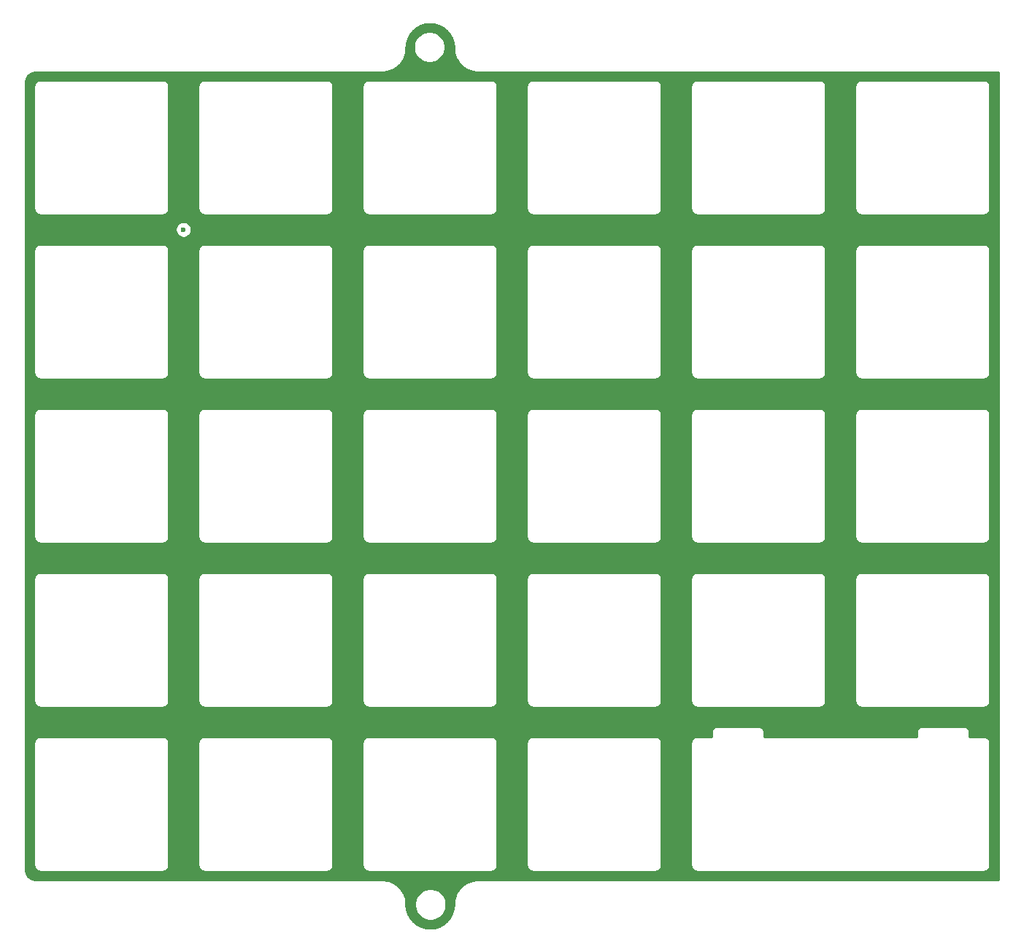
<source format=gbl>
%TF.GenerationSoftware,KiCad,Pcbnew,(5.1.10-1-10_14)*%
%TF.CreationDate,2021-09-18T15:35:40+02:00*%
%TF.ProjectId,brutal60-split,62727574-616c-4363-902d-73706c69742e,rev?*%
%TF.SameCoordinates,Original*%
%TF.FileFunction,Copper,L2,Bot*%
%TF.FilePolarity,Positive*%
%FSLAX46Y46*%
G04 Gerber Fmt 4.6, Leading zero omitted, Abs format (unit mm)*
G04 Created by KiCad (PCBNEW (5.1.10-1-10_14)) date 2021-09-18 15:35:40*
%MOMM*%
%LPD*%
G01*
G04 APERTURE LIST*
%TA.AperFunction,ViaPad*%
%ADD10C,0.600000*%
%TD*%
%TA.AperFunction,NonConductor*%
%ADD11C,0.254000*%
%TD*%
%TA.AperFunction,NonConductor*%
%ADD12C,0.100000*%
%TD*%
G04 APERTURE END LIST*
D10*
%TO.N,*%
X8334375Y-58816875D03*
%TD*%
D11*
X37435165Y-34987567D02*
X37952185Y-35139735D01*
X38429797Y-35389424D01*
X38849821Y-35727132D01*
X39196249Y-36139989D01*
X39455887Y-36612269D01*
X39618849Y-37125988D01*
X39682663Y-37694906D01*
X39682717Y-37702678D01*
X39682717Y-37836233D01*
X39686170Y-37871288D01*
X39722561Y-38250594D01*
X39735218Y-38315227D01*
X39746834Y-38380041D01*
X39749690Y-38389897D01*
X39860947Y-38764038D01*
X39886091Y-38825773D01*
X39910339Y-38887772D01*
X39915055Y-38896886D01*
X40096864Y-39242291D01*
X40133499Y-39297935D01*
X40169350Y-39354078D01*
X40175747Y-39362103D01*
X40421183Y-39665616D01*
X40467958Y-39713113D01*
X40514001Y-39761193D01*
X40521834Y-39767822D01*
X40821547Y-40017882D01*
X40876635Y-40055375D01*
X40931162Y-40093611D01*
X40940134Y-40098593D01*
X41282711Y-40285677D01*
X41344018Y-40311750D01*
X41404948Y-40338673D01*
X41414717Y-40341817D01*
X41787106Y-40458797D01*
X41852351Y-40472474D01*
X41917307Y-40487040D01*
X41927501Y-40488227D01*
X42247505Y-40523213D01*
X42251316Y-40524369D01*
X42359296Y-40535004D01*
X102867207Y-40535004D01*
X102867208Y-134315129D01*
X42381612Y-134315129D01*
X42349523Y-134318290D01*
X42337138Y-134318203D01*
X42326925Y-134319204D01*
X41938732Y-134360005D01*
X41873412Y-134373414D01*
X41808040Y-134385884D01*
X41798216Y-134388849D01*
X41425341Y-134504273D01*
X41363922Y-134530091D01*
X41302164Y-134555043D01*
X41293103Y-134559861D01*
X40949748Y-134745512D01*
X40894485Y-134782787D01*
X40838776Y-134819242D01*
X40830823Y-134825728D01*
X40530068Y-135074535D01*
X40483091Y-135121841D01*
X40435534Y-135168412D01*
X40428992Y-135176319D01*
X40182291Y-135478804D01*
X40145412Y-135534312D01*
X40107790Y-135589257D01*
X40102909Y-135598284D01*
X39919659Y-135942926D01*
X39894263Y-136004542D01*
X39868030Y-136065747D01*
X39864995Y-136075550D01*
X39752177Y-136449222D01*
X39739229Y-136514614D01*
X39725388Y-136579730D01*
X39724315Y-136589936D01*
X39686225Y-136978405D01*
X39682717Y-137014025D01*
X39682717Y-137114183D01*
X39626601Y-137686501D01*
X39470829Y-138202442D01*
X39217808Y-138678307D01*
X38877176Y-139095963D01*
X38461917Y-139439495D01*
X37987832Y-139695831D01*
X37472990Y-139855201D01*
X36936993Y-139911537D01*
X36400269Y-139862691D01*
X35883249Y-139710523D01*
X35405634Y-139460832D01*
X34985610Y-139123124D01*
X34639185Y-138710269D01*
X34379547Y-138237990D01*
X34216585Y-137724270D01*
X34152771Y-137155352D01*
X34152717Y-137147580D01*
X34152717Y-137014025D01*
X34149556Y-136981935D01*
X34149643Y-136969550D01*
X34148730Y-136960230D01*
X35119860Y-136960230D01*
X35119860Y-137323874D01*
X35190804Y-137680530D01*
X35329964Y-138016493D01*
X35531994Y-138318852D01*
X35789128Y-138575986D01*
X36091487Y-138778016D01*
X36427450Y-138917176D01*
X36784106Y-138988120D01*
X37147750Y-138988120D01*
X37504406Y-138917176D01*
X37840369Y-138778016D01*
X38142728Y-138575986D01*
X38399862Y-138318852D01*
X38601892Y-138016493D01*
X38741052Y-137680530D01*
X38811996Y-137323874D01*
X38811996Y-136960230D01*
X38741052Y-136603574D01*
X38601892Y-136267611D01*
X38399862Y-135965252D01*
X38142728Y-135708118D01*
X37840369Y-135506088D01*
X37504406Y-135366928D01*
X37147750Y-135295984D01*
X36784106Y-135295984D01*
X36427450Y-135366928D01*
X36091487Y-135506088D01*
X35789128Y-135708118D01*
X35531994Y-135965252D01*
X35329964Y-136267611D01*
X35190804Y-136603574D01*
X35119860Y-136960230D01*
X34148730Y-136960230D01*
X34148642Y-136959337D01*
X34107841Y-136571144D01*
X34094445Y-136505886D01*
X34081963Y-136440452D01*
X34078997Y-136430628D01*
X33963573Y-136057752D01*
X33937740Y-135996297D01*
X33912802Y-135934574D01*
X33907985Y-135925513D01*
X33722334Y-135582159D01*
X33685054Y-135526889D01*
X33648605Y-135471189D01*
X33642119Y-135463236D01*
X33393312Y-135162480D01*
X33346006Y-135115503D01*
X33299434Y-135067945D01*
X33291527Y-135061403D01*
X32989042Y-134814702D01*
X32933500Y-134777800D01*
X32878588Y-134740201D01*
X32869561Y-134735319D01*
X32524919Y-134552070D01*
X32463287Y-134526667D01*
X32402098Y-134500441D01*
X32392299Y-134497407D01*
X32392293Y-134497405D01*
X32018623Y-134384588D01*
X31953231Y-134371640D01*
X31888115Y-134357799D01*
X31877909Y-134356726D01*
X31489440Y-134318636D01*
X31489419Y-134318636D01*
X31453822Y-134315130D01*
X-8697512Y-134315128D01*
X-8978478Y-134287580D01*
X-9214164Y-134216421D01*
X-9431546Y-134100838D01*
X-9622337Y-133945232D01*
X-9779268Y-133755537D01*
X-9896363Y-133538972D01*
X-9969166Y-133303785D01*
X-9998457Y-133025101D01*
X-9998457Y-118348125D01*
X-9022689Y-118348125D01*
X-9019375Y-118381772D01*
X-9019374Y-132601968D01*
X-9022689Y-132635625D01*
X-9009463Y-132769908D01*
X-8970294Y-132899031D01*
X-8906687Y-133018032D01*
X-8821086Y-133122336D01*
X-8716782Y-133207937D01*
X-8597781Y-133271544D01*
X-8468658Y-133310713D01*
X-8368022Y-133320625D01*
X-8334375Y-133323939D01*
X-8300728Y-133320625D01*
X5919478Y-133320625D01*
X5953125Y-133323939D01*
X5986772Y-133320625D01*
X6087408Y-133310713D01*
X6216531Y-133271544D01*
X6335532Y-133207937D01*
X6439836Y-133122336D01*
X6525437Y-133018032D01*
X6589044Y-132899031D01*
X6628213Y-132769908D01*
X6641439Y-132635625D01*
X6638125Y-132601978D01*
X6638125Y-118381772D01*
X6641439Y-118348125D01*
X10027311Y-118348125D01*
X10030625Y-118381772D01*
X10030626Y-132601968D01*
X10027311Y-132635625D01*
X10040537Y-132769908D01*
X10079706Y-132899031D01*
X10143313Y-133018032D01*
X10228914Y-133122336D01*
X10333218Y-133207937D01*
X10452219Y-133271544D01*
X10581342Y-133310713D01*
X10681978Y-133320625D01*
X10715625Y-133323939D01*
X10749272Y-133320625D01*
X24969478Y-133320625D01*
X25003125Y-133323939D01*
X25036772Y-133320625D01*
X25137408Y-133310713D01*
X25266531Y-133271544D01*
X25385532Y-133207937D01*
X25489836Y-133122336D01*
X25575437Y-133018032D01*
X25639044Y-132899031D01*
X25678213Y-132769908D01*
X25691439Y-132635625D01*
X25688125Y-132601978D01*
X25688125Y-118381772D01*
X25691439Y-118348125D01*
X29077311Y-118348125D01*
X29080625Y-118381772D01*
X29080626Y-132601968D01*
X29077311Y-132635625D01*
X29090537Y-132769908D01*
X29129706Y-132899031D01*
X29193313Y-133018032D01*
X29278914Y-133122336D01*
X29383218Y-133207937D01*
X29502219Y-133271544D01*
X29631342Y-133310713D01*
X29731978Y-133320625D01*
X29765625Y-133323939D01*
X29799272Y-133320625D01*
X44019478Y-133320625D01*
X44053125Y-133323939D01*
X44086772Y-133320625D01*
X44187408Y-133310713D01*
X44316531Y-133271544D01*
X44435532Y-133207937D01*
X44539836Y-133122336D01*
X44625437Y-133018032D01*
X44689044Y-132899031D01*
X44728213Y-132769908D01*
X44741439Y-132635625D01*
X44738125Y-132601978D01*
X44738125Y-118381772D01*
X44741439Y-118348125D01*
X48127311Y-118348125D01*
X48130626Y-118381782D01*
X48130625Y-132601978D01*
X48127311Y-132635625D01*
X48140537Y-132769908D01*
X48179706Y-132899031D01*
X48243313Y-133018032D01*
X48328914Y-133122336D01*
X48416497Y-133194214D01*
X48433218Y-133207937D01*
X48552219Y-133271544D01*
X48681342Y-133310713D01*
X48815625Y-133323939D01*
X48849272Y-133320625D01*
X63069478Y-133320625D01*
X63103125Y-133323939D01*
X63237408Y-133310713D01*
X63366531Y-133271544D01*
X63485532Y-133207937D01*
X63589836Y-133122336D01*
X63675437Y-133018032D01*
X63739044Y-132899031D01*
X63778213Y-132769908D01*
X63788125Y-132669272D01*
X63788125Y-132669271D01*
X63791439Y-132635625D01*
X63788125Y-132601978D01*
X63788125Y-118381772D01*
X63791428Y-118348233D01*
X67177195Y-118348233D01*
X67180626Y-118383068D01*
X67180625Y-132601978D01*
X67177311Y-132635625D01*
X67190537Y-132769908D01*
X67229706Y-132899031D01*
X67293313Y-133018032D01*
X67378914Y-133122336D01*
X67466497Y-133194214D01*
X67483218Y-133207937D01*
X67602219Y-133271544D01*
X67731342Y-133310713D01*
X67865625Y-133323939D01*
X67899272Y-133320625D01*
X101169478Y-133320625D01*
X101203125Y-133323939D01*
X101236772Y-133320625D01*
X101337408Y-133310713D01*
X101466531Y-133271544D01*
X101585532Y-133207937D01*
X101689836Y-133122336D01*
X101775437Y-133018032D01*
X101839044Y-132899031D01*
X101878213Y-132769908D01*
X101891439Y-132635625D01*
X101888125Y-132601978D01*
X101888125Y-118381749D01*
X101891438Y-118348094D01*
X101887002Y-118303080D01*
X101878213Y-118213842D01*
X101878207Y-118213822D01*
X101878206Y-118213812D01*
X101863531Y-118165440D01*
X101839044Y-118084719D01*
X101839036Y-118084704D01*
X101839032Y-118084691D01*
X101814216Y-118038268D01*
X101775437Y-117965718D01*
X101775424Y-117965702D01*
X101775419Y-117965693D01*
X101746541Y-117930509D01*
X101689836Y-117861414D01*
X101689821Y-117861402D01*
X101689813Y-117861392D01*
X101646142Y-117825555D01*
X101585532Y-117775813D01*
X101585517Y-117775805D01*
X101585506Y-117775796D01*
X101536944Y-117749842D01*
X101466531Y-117712206D01*
X101466512Y-117712200D01*
X101466502Y-117712195D01*
X101415767Y-117696807D01*
X101337408Y-117673037D01*
X101337391Y-117673035D01*
X101337377Y-117673031D01*
X101279098Y-117667294D01*
X101203125Y-117659811D01*
X101169458Y-117663127D01*
X99506785Y-117663202D01*
X99506785Y-117191254D01*
X99510099Y-117157607D01*
X99496873Y-117023324D01*
X99457704Y-116894201D01*
X99394097Y-116775200D01*
X99308496Y-116670896D01*
X99204192Y-116585295D01*
X99085191Y-116521688D01*
X98956068Y-116482519D01*
X98855432Y-116472607D01*
X98821785Y-116469293D01*
X98788138Y-116472607D01*
X94092928Y-116472607D01*
X94059281Y-116469293D01*
X94025634Y-116472607D01*
X93924998Y-116482519D01*
X93795875Y-116521688D01*
X93676874Y-116585295D01*
X93572570Y-116670896D01*
X93486969Y-116775200D01*
X93423362Y-116894201D01*
X93384193Y-117023324D01*
X93370967Y-117157607D01*
X93374282Y-117191264D01*
X93374282Y-117663233D01*
X75694265Y-117663233D01*
X75694265Y-117191254D01*
X75697579Y-117157607D01*
X75684353Y-117023324D01*
X75645184Y-116894201D01*
X75581577Y-116775200D01*
X75495976Y-116670896D01*
X75391672Y-116585295D01*
X75272671Y-116521688D01*
X75143548Y-116482519D01*
X75042912Y-116472607D01*
X75009265Y-116469293D01*
X74975618Y-116472607D01*
X70280408Y-116472607D01*
X70246761Y-116469293D01*
X70213114Y-116472607D01*
X70112478Y-116482519D01*
X69983355Y-116521688D01*
X69864354Y-116585295D01*
X69760050Y-116670896D01*
X69674449Y-116775200D01*
X69610842Y-116894201D01*
X69571673Y-117023324D01*
X69558447Y-117157607D01*
X69561762Y-117191264D01*
X69561762Y-117663233D01*
X67900368Y-117663233D01*
X67865625Y-117659811D01*
X67731343Y-117673037D01*
X67602220Y-117712206D01*
X67483219Y-117775813D01*
X67378915Y-117861414D01*
X67378885Y-117861451D01*
X67378798Y-117861522D01*
X67293197Y-117965826D01*
X67229590Y-118084827D01*
X67190421Y-118213950D01*
X67177195Y-118348233D01*
X63791428Y-118348233D01*
X63791439Y-118348125D01*
X63778213Y-118213842D01*
X63739044Y-118084719D01*
X63675437Y-117965718D01*
X63589836Y-117861414D01*
X63485532Y-117775813D01*
X63366531Y-117712206D01*
X63237408Y-117673037D01*
X63136772Y-117663125D01*
X63103125Y-117659811D01*
X63069478Y-117663125D01*
X48849272Y-117663125D01*
X48815625Y-117659811D01*
X48781978Y-117663125D01*
X48681342Y-117673037D01*
X48552219Y-117712206D01*
X48433218Y-117775813D01*
X48328914Y-117861414D01*
X48243313Y-117965718D01*
X48179706Y-118084719D01*
X48140537Y-118213842D01*
X48127311Y-118348125D01*
X44741439Y-118348125D01*
X44728213Y-118213842D01*
X44689044Y-118084719D01*
X44625437Y-117965718D01*
X44539836Y-117861414D01*
X44435532Y-117775813D01*
X44316531Y-117712206D01*
X44187408Y-117673037D01*
X44086772Y-117663125D01*
X44053125Y-117659811D01*
X44019478Y-117663125D01*
X29799272Y-117663125D01*
X29765625Y-117659811D01*
X29731978Y-117663125D01*
X29631342Y-117673037D01*
X29502219Y-117712206D01*
X29383218Y-117775813D01*
X29278914Y-117861414D01*
X29193313Y-117965718D01*
X29129706Y-118084719D01*
X29090537Y-118213842D01*
X29077311Y-118348125D01*
X25691439Y-118348125D01*
X25678213Y-118213842D01*
X25639044Y-118084719D01*
X25575437Y-117965718D01*
X25489836Y-117861414D01*
X25385532Y-117775813D01*
X25266531Y-117712206D01*
X25137408Y-117673037D01*
X25036772Y-117663125D01*
X25003125Y-117659811D01*
X24969478Y-117663125D01*
X10749272Y-117663125D01*
X10715625Y-117659811D01*
X10681978Y-117663125D01*
X10581342Y-117673037D01*
X10452219Y-117712206D01*
X10333218Y-117775813D01*
X10228914Y-117861414D01*
X10143313Y-117965718D01*
X10079706Y-118084719D01*
X10040537Y-118213842D01*
X10027311Y-118348125D01*
X6641439Y-118348125D01*
X6628213Y-118213842D01*
X6589044Y-118084719D01*
X6525437Y-117965718D01*
X6439836Y-117861414D01*
X6335532Y-117775813D01*
X6216531Y-117712206D01*
X6087408Y-117673037D01*
X5986772Y-117663125D01*
X5953125Y-117659811D01*
X5919478Y-117663125D01*
X-8300728Y-117663125D01*
X-8334375Y-117659811D01*
X-8368022Y-117663125D01*
X-8468658Y-117673037D01*
X-8597781Y-117712206D01*
X-8716782Y-117775813D01*
X-8821086Y-117861414D01*
X-8906687Y-117965718D01*
X-8970294Y-118084719D01*
X-9009463Y-118213842D01*
X-9022689Y-118348125D01*
X-9998457Y-118348125D01*
X-9998457Y-99298125D01*
X-9022689Y-99298125D01*
X-9019375Y-99331772D01*
X-9019374Y-113551968D01*
X-9022689Y-113585625D01*
X-9009463Y-113719908D01*
X-8970294Y-113849031D01*
X-8906687Y-113968032D01*
X-8821086Y-114072336D01*
X-8716782Y-114157937D01*
X-8597781Y-114221544D01*
X-8468658Y-114260713D01*
X-8368022Y-114270625D01*
X-8334375Y-114273939D01*
X-8300728Y-114270625D01*
X5919478Y-114270625D01*
X5953125Y-114273939D01*
X5986772Y-114270625D01*
X6087408Y-114260713D01*
X6216531Y-114221544D01*
X6335532Y-114157937D01*
X6439836Y-114072336D01*
X6525437Y-113968032D01*
X6589044Y-113849031D01*
X6628213Y-113719908D01*
X6641439Y-113585625D01*
X6638125Y-113551978D01*
X6638125Y-99331772D01*
X6641439Y-99298125D01*
X10027311Y-99298125D01*
X10030625Y-99331772D01*
X10030626Y-113551968D01*
X10027311Y-113585625D01*
X10040537Y-113719908D01*
X10079706Y-113849031D01*
X10143313Y-113968032D01*
X10228914Y-114072336D01*
X10333218Y-114157937D01*
X10452219Y-114221544D01*
X10581342Y-114260713D01*
X10681978Y-114270625D01*
X10715625Y-114273939D01*
X10749272Y-114270625D01*
X24969478Y-114270625D01*
X25003125Y-114273939D01*
X25036772Y-114270625D01*
X25137408Y-114260713D01*
X25266531Y-114221544D01*
X25385532Y-114157937D01*
X25489836Y-114072336D01*
X25575437Y-113968032D01*
X25639044Y-113849031D01*
X25678213Y-113719908D01*
X25691439Y-113585625D01*
X25688125Y-113551978D01*
X25688125Y-99331772D01*
X25691439Y-99298125D01*
X29077311Y-99298125D01*
X29080625Y-99331772D01*
X29080626Y-113551968D01*
X29077311Y-113585625D01*
X29090537Y-113719908D01*
X29129706Y-113849031D01*
X29193313Y-113968032D01*
X29278914Y-114072336D01*
X29383218Y-114157937D01*
X29502219Y-114221544D01*
X29631342Y-114260713D01*
X29731978Y-114270625D01*
X29765625Y-114273939D01*
X29799272Y-114270625D01*
X44019478Y-114270625D01*
X44053125Y-114273939D01*
X44086772Y-114270625D01*
X44187408Y-114260713D01*
X44316531Y-114221544D01*
X44435532Y-114157937D01*
X44539836Y-114072336D01*
X44625437Y-113968032D01*
X44689044Y-113849031D01*
X44728213Y-113719908D01*
X44741439Y-113585625D01*
X44738125Y-113551978D01*
X44738125Y-99331772D01*
X44741439Y-99298125D01*
X48127311Y-99298125D01*
X48130626Y-99331782D01*
X48130625Y-113551978D01*
X48127311Y-113585625D01*
X48140537Y-113719908D01*
X48179706Y-113849031D01*
X48243313Y-113968032D01*
X48328914Y-114072336D01*
X48433218Y-114157937D01*
X48552219Y-114221544D01*
X48681342Y-114260713D01*
X48815625Y-114273939D01*
X48849272Y-114270625D01*
X63069478Y-114270625D01*
X63103125Y-114273939D01*
X63237408Y-114260713D01*
X63366531Y-114221544D01*
X63485532Y-114157937D01*
X63589836Y-114072336D01*
X63675437Y-113968032D01*
X63739044Y-113849031D01*
X63778213Y-113719908D01*
X63788125Y-113619272D01*
X63788125Y-113619271D01*
X63791439Y-113585625D01*
X63788125Y-113551978D01*
X63788125Y-99331772D01*
X63791439Y-99298125D01*
X67177311Y-99298125D01*
X67180626Y-99331782D01*
X67180625Y-113551978D01*
X67177311Y-113585625D01*
X67190537Y-113719908D01*
X67229706Y-113849031D01*
X67293313Y-113968032D01*
X67378914Y-114072336D01*
X67483218Y-114157937D01*
X67602219Y-114221544D01*
X67731342Y-114260713D01*
X67865625Y-114273939D01*
X67899272Y-114270625D01*
X82119478Y-114270625D01*
X82153125Y-114273939D01*
X82287408Y-114260713D01*
X82416531Y-114221544D01*
X82535532Y-114157937D01*
X82639836Y-114072336D01*
X82725437Y-113968032D01*
X82789044Y-113849031D01*
X82828213Y-113719908D01*
X82838125Y-113619272D01*
X82838125Y-113619271D01*
X82841439Y-113585625D01*
X82838125Y-113551978D01*
X82838125Y-99331772D01*
X82841439Y-99298125D01*
X86227311Y-99298125D01*
X86230625Y-99331772D01*
X86230626Y-113551968D01*
X86227311Y-113585625D01*
X86240537Y-113719908D01*
X86279706Y-113849031D01*
X86343313Y-113968032D01*
X86428914Y-114072336D01*
X86533218Y-114157937D01*
X86652219Y-114221544D01*
X86781342Y-114260713D01*
X86881978Y-114270625D01*
X86915625Y-114273939D01*
X86949272Y-114270625D01*
X101169478Y-114270625D01*
X101203125Y-114273939D01*
X101236772Y-114270625D01*
X101337408Y-114260713D01*
X101466531Y-114221544D01*
X101585532Y-114157937D01*
X101689836Y-114072336D01*
X101775437Y-113968032D01*
X101839044Y-113849031D01*
X101878213Y-113719908D01*
X101891439Y-113585625D01*
X101888125Y-113551978D01*
X101888125Y-99331772D01*
X101891439Y-99298125D01*
X101878213Y-99163842D01*
X101839044Y-99034719D01*
X101775437Y-98915718D01*
X101689836Y-98811414D01*
X101585532Y-98725813D01*
X101466531Y-98662206D01*
X101337408Y-98623037D01*
X101236772Y-98613125D01*
X101203125Y-98609811D01*
X101169478Y-98613125D01*
X86949272Y-98613125D01*
X86915625Y-98609811D01*
X86881978Y-98613125D01*
X86781342Y-98623037D01*
X86652219Y-98662206D01*
X86533218Y-98725813D01*
X86428914Y-98811414D01*
X86343313Y-98915718D01*
X86279706Y-99034719D01*
X86240537Y-99163842D01*
X86227311Y-99298125D01*
X82841439Y-99298125D01*
X82828213Y-99163842D01*
X82789044Y-99034719D01*
X82725437Y-98915718D01*
X82639836Y-98811414D01*
X82535532Y-98725813D01*
X82416531Y-98662206D01*
X82287408Y-98623037D01*
X82186772Y-98613125D01*
X82153125Y-98609811D01*
X82119478Y-98613125D01*
X67899272Y-98613125D01*
X67865625Y-98609811D01*
X67831978Y-98613125D01*
X67731342Y-98623037D01*
X67602219Y-98662206D01*
X67483218Y-98725813D01*
X67378914Y-98811414D01*
X67293313Y-98915718D01*
X67229706Y-99034719D01*
X67190537Y-99163842D01*
X67177311Y-99298125D01*
X63791439Y-99298125D01*
X63778213Y-99163842D01*
X63739044Y-99034719D01*
X63675437Y-98915718D01*
X63589836Y-98811414D01*
X63485532Y-98725813D01*
X63366531Y-98662206D01*
X63237408Y-98623037D01*
X63136772Y-98613125D01*
X63103125Y-98609811D01*
X63069478Y-98613125D01*
X48849272Y-98613125D01*
X48815625Y-98609811D01*
X48781978Y-98613125D01*
X48681342Y-98623037D01*
X48552219Y-98662206D01*
X48433218Y-98725813D01*
X48328914Y-98811414D01*
X48243313Y-98915718D01*
X48179706Y-99034719D01*
X48140537Y-99163842D01*
X48127311Y-99298125D01*
X44741439Y-99298125D01*
X44728213Y-99163842D01*
X44689044Y-99034719D01*
X44625437Y-98915718D01*
X44539836Y-98811414D01*
X44435532Y-98725813D01*
X44316531Y-98662206D01*
X44187408Y-98623037D01*
X44086772Y-98613125D01*
X44053125Y-98609811D01*
X44019478Y-98613125D01*
X29799272Y-98613125D01*
X29765625Y-98609811D01*
X29731978Y-98613125D01*
X29631342Y-98623037D01*
X29502219Y-98662206D01*
X29383218Y-98725813D01*
X29278914Y-98811414D01*
X29193313Y-98915718D01*
X29129706Y-99034719D01*
X29090537Y-99163842D01*
X29077311Y-99298125D01*
X25691439Y-99298125D01*
X25678213Y-99163842D01*
X25639044Y-99034719D01*
X25575437Y-98915718D01*
X25489836Y-98811414D01*
X25385532Y-98725813D01*
X25266531Y-98662206D01*
X25137408Y-98623037D01*
X25036772Y-98613125D01*
X25003125Y-98609811D01*
X24969478Y-98613125D01*
X10749272Y-98613125D01*
X10715625Y-98609811D01*
X10681978Y-98613125D01*
X10581342Y-98623037D01*
X10452219Y-98662206D01*
X10333218Y-98725813D01*
X10228914Y-98811414D01*
X10143313Y-98915718D01*
X10079706Y-99034719D01*
X10040537Y-99163842D01*
X10027311Y-99298125D01*
X6641439Y-99298125D01*
X6628213Y-99163842D01*
X6589044Y-99034719D01*
X6525437Y-98915718D01*
X6439836Y-98811414D01*
X6335532Y-98725813D01*
X6216531Y-98662206D01*
X6087408Y-98623037D01*
X5986772Y-98613125D01*
X5953125Y-98609811D01*
X5919478Y-98613125D01*
X-8300728Y-98613125D01*
X-8334375Y-98609811D01*
X-8368022Y-98613125D01*
X-8468658Y-98623037D01*
X-8597781Y-98662206D01*
X-8716782Y-98725813D01*
X-8821086Y-98811414D01*
X-8906687Y-98915718D01*
X-8970294Y-99034719D01*
X-9009463Y-99163842D01*
X-9022689Y-99298125D01*
X-9998457Y-99298125D01*
X-9998457Y-80248125D01*
X-9022689Y-80248125D01*
X-9019375Y-80281772D01*
X-9019374Y-94502056D01*
X-9022689Y-94535713D01*
X-9009463Y-94669996D01*
X-8970294Y-94799119D01*
X-8906687Y-94918120D01*
X-8821086Y-95022424D01*
X-8716782Y-95108025D01*
X-8597781Y-95171632D01*
X-8468658Y-95210801D01*
X-8368022Y-95220713D01*
X-8367128Y-95220713D01*
X-8334375Y-95223939D01*
X-8301622Y-95220713D01*
X5920372Y-95220713D01*
X5953125Y-95223939D01*
X5985878Y-95220713D01*
X5986772Y-95220713D01*
X6087408Y-95210801D01*
X6216531Y-95171632D01*
X6335532Y-95108025D01*
X6439836Y-95022424D01*
X6525437Y-94918120D01*
X6589044Y-94799119D01*
X6628213Y-94669996D01*
X6641439Y-94535713D01*
X6638125Y-94502066D01*
X6638125Y-80281772D01*
X6641439Y-80248125D01*
X10027311Y-80248125D01*
X10030625Y-80281772D01*
X10030626Y-94501968D01*
X10027311Y-94535625D01*
X10040537Y-94669908D01*
X10079706Y-94799031D01*
X10143313Y-94918032D01*
X10228914Y-95022336D01*
X10333218Y-95107937D01*
X10452219Y-95171544D01*
X10581342Y-95210713D01*
X10681978Y-95220625D01*
X10715625Y-95223939D01*
X10749272Y-95220625D01*
X24969478Y-95220625D01*
X25003125Y-95223939D01*
X25036772Y-95220625D01*
X25137408Y-95210713D01*
X25266531Y-95171544D01*
X25385532Y-95107937D01*
X25489836Y-95022336D01*
X25575437Y-94918032D01*
X25639044Y-94799031D01*
X25678213Y-94669908D01*
X25691439Y-94535625D01*
X25688125Y-94501978D01*
X25688125Y-80281772D01*
X25691439Y-80248125D01*
X29077311Y-80248125D01*
X29080625Y-80281772D01*
X29080626Y-94501968D01*
X29077311Y-94535625D01*
X29090537Y-94669908D01*
X29129706Y-94799031D01*
X29193313Y-94918032D01*
X29278914Y-95022336D01*
X29383218Y-95107937D01*
X29502219Y-95171544D01*
X29631342Y-95210713D01*
X29731978Y-95220625D01*
X29765625Y-95223939D01*
X29799272Y-95220625D01*
X44019478Y-95220625D01*
X44053125Y-95223939D01*
X44086772Y-95220625D01*
X44187408Y-95210713D01*
X44316531Y-95171544D01*
X44435532Y-95107937D01*
X44539836Y-95022336D01*
X44625437Y-94918032D01*
X44689044Y-94799031D01*
X44728213Y-94669908D01*
X44741439Y-94535625D01*
X44738125Y-94501978D01*
X44738125Y-80281772D01*
X44741439Y-80248125D01*
X48127311Y-80248125D01*
X48130626Y-80281782D01*
X48130625Y-94501978D01*
X48127311Y-94535625D01*
X48140537Y-94669908D01*
X48179706Y-94799031D01*
X48243313Y-94918032D01*
X48328914Y-95022336D01*
X48433218Y-95107937D01*
X48552219Y-95171544D01*
X48681342Y-95210713D01*
X48815625Y-95223939D01*
X48849272Y-95220625D01*
X63069478Y-95220625D01*
X63103125Y-95223939D01*
X63237408Y-95210713D01*
X63366531Y-95171544D01*
X63485532Y-95107937D01*
X63589836Y-95022336D01*
X63675437Y-94918032D01*
X63739044Y-94799031D01*
X63778213Y-94669908D01*
X63788125Y-94569272D01*
X63788125Y-94569271D01*
X63791439Y-94535625D01*
X63788125Y-94501978D01*
X63788125Y-80281772D01*
X63791439Y-80248125D01*
X67177311Y-80248125D01*
X67180626Y-80281782D01*
X67180625Y-94501978D01*
X67177311Y-94535625D01*
X67190537Y-94669908D01*
X67229706Y-94799031D01*
X67293313Y-94918032D01*
X67378914Y-95022336D01*
X67483218Y-95107937D01*
X67602219Y-95171544D01*
X67731342Y-95210713D01*
X67865625Y-95223939D01*
X67899272Y-95220625D01*
X82119478Y-95220625D01*
X82153125Y-95223939D01*
X82287408Y-95210713D01*
X82416531Y-95171544D01*
X82535532Y-95107937D01*
X82639836Y-95022336D01*
X82725437Y-94918032D01*
X82789044Y-94799031D01*
X82828213Y-94669908D01*
X82838125Y-94569272D01*
X82838125Y-94569271D01*
X82841439Y-94535625D01*
X82838125Y-94501978D01*
X82838125Y-80281772D01*
X82841439Y-80248125D01*
X86227311Y-80248125D01*
X86230625Y-80281772D01*
X86230626Y-94501968D01*
X86227311Y-94535625D01*
X86240537Y-94669908D01*
X86279706Y-94799031D01*
X86343313Y-94918032D01*
X86428914Y-95022336D01*
X86533218Y-95107937D01*
X86652219Y-95171544D01*
X86781342Y-95210713D01*
X86881978Y-95220625D01*
X86915625Y-95223939D01*
X86949272Y-95220625D01*
X101169478Y-95220625D01*
X101203125Y-95223939D01*
X101236772Y-95220625D01*
X101337408Y-95210713D01*
X101466531Y-95171544D01*
X101585532Y-95107937D01*
X101689836Y-95022336D01*
X101775437Y-94918032D01*
X101839044Y-94799031D01*
X101878213Y-94669908D01*
X101891439Y-94535625D01*
X101888125Y-94501978D01*
X101888125Y-80281772D01*
X101891439Y-80248125D01*
X101878213Y-80113842D01*
X101839044Y-79984719D01*
X101775437Y-79865718D01*
X101689836Y-79761414D01*
X101585532Y-79675813D01*
X101466531Y-79612206D01*
X101337408Y-79573037D01*
X101236772Y-79563125D01*
X101203125Y-79559811D01*
X101169478Y-79563125D01*
X86949272Y-79563125D01*
X86915625Y-79559811D01*
X86881978Y-79563125D01*
X86781342Y-79573037D01*
X86652219Y-79612206D01*
X86533218Y-79675813D01*
X86428914Y-79761414D01*
X86343313Y-79865718D01*
X86279706Y-79984719D01*
X86240537Y-80113842D01*
X86227311Y-80248125D01*
X82841439Y-80248125D01*
X82828213Y-80113842D01*
X82789044Y-79984719D01*
X82725437Y-79865718D01*
X82639836Y-79761414D01*
X82535532Y-79675813D01*
X82416531Y-79612206D01*
X82287408Y-79573037D01*
X82186772Y-79563125D01*
X82153125Y-79559811D01*
X82119478Y-79563125D01*
X67899272Y-79563125D01*
X67865625Y-79559811D01*
X67831978Y-79563125D01*
X67731342Y-79573037D01*
X67602219Y-79612206D01*
X67483218Y-79675813D01*
X67378914Y-79761414D01*
X67293313Y-79865718D01*
X67229706Y-79984719D01*
X67190537Y-80113842D01*
X67177311Y-80248125D01*
X63791439Y-80248125D01*
X63778213Y-80113842D01*
X63739044Y-79984719D01*
X63675437Y-79865718D01*
X63589836Y-79761414D01*
X63485532Y-79675813D01*
X63366531Y-79612206D01*
X63237408Y-79573037D01*
X63136772Y-79563125D01*
X63103125Y-79559811D01*
X63069478Y-79563125D01*
X48849272Y-79563125D01*
X48815625Y-79559811D01*
X48781978Y-79563125D01*
X48681342Y-79573037D01*
X48552219Y-79612206D01*
X48433218Y-79675813D01*
X48328914Y-79761414D01*
X48243313Y-79865718D01*
X48179706Y-79984719D01*
X48140537Y-80113842D01*
X48127311Y-80248125D01*
X44741439Y-80248125D01*
X44728213Y-80113842D01*
X44689044Y-79984719D01*
X44625437Y-79865718D01*
X44539836Y-79761414D01*
X44435532Y-79675813D01*
X44316531Y-79612206D01*
X44187408Y-79573037D01*
X44086772Y-79563125D01*
X44053125Y-79559811D01*
X44019478Y-79563125D01*
X29799272Y-79563125D01*
X29765625Y-79559811D01*
X29731978Y-79563125D01*
X29631342Y-79573037D01*
X29502219Y-79612206D01*
X29383218Y-79675813D01*
X29278914Y-79761414D01*
X29193313Y-79865718D01*
X29129706Y-79984719D01*
X29090537Y-80113842D01*
X29077311Y-80248125D01*
X25691439Y-80248125D01*
X25678213Y-80113842D01*
X25639044Y-79984719D01*
X25575437Y-79865718D01*
X25489836Y-79761414D01*
X25385532Y-79675813D01*
X25266531Y-79612206D01*
X25137408Y-79573037D01*
X25036772Y-79563125D01*
X25003125Y-79559811D01*
X24969478Y-79563125D01*
X10749272Y-79563125D01*
X10715625Y-79559811D01*
X10681978Y-79563125D01*
X10581342Y-79573037D01*
X10452219Y-79612206D01*
X10333218Y-79675813D01*
X10228914Y-79761414D01*
X10143313Y-79865718D01*
X10079706Y-79984719D01*
X10040537Y-80113842D01*
X10027311Y-80248125D01*
X6641439Y-80248125D01*
X6628213Y-80113842D01*
X6589044Y-79984719D01*
X6525437Y-79865718D01*
X6439836Y-79761414D01*
X6335532Y-79675813D01*
X6216531Y-79612206D01*
X6087408Y-79573037D01*
X5986772Y-79563125D01*
X5953125Y-79559811D01*
X5919478Y-79563125D01*
X-8300728Y-79563125D01*
X-8334375Y-79559811D01*
X-8368022Y-79563125D01*
X-8468658Y-79573037D01*
X-8597781Y-79612206D01*
X-8716782Y-79675813D01*
X-8821086Y-79761414D01*
X-8906687Y-79865718D01*
X-8970294Y-79984719D01*
X-9009463Y-80113842D01*
X-9022689Y-80248125D01*
X-9998457Y-80248125D01*
X-9998457Y-61198125D01*
X-9022689Y-61198125D01*
X-9019375Y-61231772D01*
X-9019374Y-75451968D01*
X-9022689Y-75485625D01*
X-9009463Y-75619908D01*
X-8970294Y-75749031D01*
X-8906687Y-75868032D01*
X-8821086Y-75972336D01*
X-8716782Y-76057937D01*
X-8597781Y-76121544D01*
X-8468658Y-76160713D01*
X-8368022Y-76170625D01*
X-8334375Y-76173939D01*
X-8300728Y-76170625D01*
X5919478Y-76170625D01*
X5953125Y-76173939D01*
X5986772Y-76170625D01*
X6087408Y-76160713D01*
X6216531Y-76121544D01*
X6335532Y-76057937D01*
X6439836Y-75972336D01*
X6525437Y-75868032D01*
X6589044Y-75749031D01*
X6628213Y-75619908D01*
X6641439Y-75485625D01*
X6638125Y-75451978D01*
X6638125Y-61231772D01*
X6641439Y-61198125D01*
X10027311Y-61198125D01*
X10030625Y-61231772D01*
X10030626Y-75451968D01*
X10027311Y-75485625D01*
X10040537Y-75619908D01*
X10079706Y-75749031D01*
X10143313Y-75868032D01*
X10228914Y-75972336D01*
X10333218Y-76057937D01*
X10452219Y-76121544D01*
X10581342Y-76160713D01*
X10681978Y-76170625D01*
X10715625Y-76173939D01*
X10749272Y-76170625D01*
X24969478Y-76170625D01*
X25003125Y-76173939D01*
X25036772Y-76170625D01*
X25137408Y-76160713D01*
X25266531Y-76121544D01*
X25385532Y-76057937D01*
X25489836Y-75972336D01*
X25575437Y-75868032D01*
X25639044Y-75749031D01*
X25678213Y-75619908D01*
X25691439Y-75485625D01*
X25688125Y-75451978D01*
X25688125Y-61231772D01*
X25691439Y-61198125D01*
X29077311Y-61198125D01*
X29080625Y-61231772D01*
X29080626Y-75451968D01*
X29077311Y-75485625D01*
X29090537Y-75619908D01*
X29129706Y-75749031D01*
X29193313Y-75868032D01*
X29278914Y-75972336D01*
X29383218Y-76057937D01*
X29502219Y-76121544D01*
X29631342Y-76160713D01*
X29731978Y-76170625D01*
X29765625Y-76173939D01*
X29799272Y-76170625D01*
X44019478Y-76170625D01*
X44053125Y-76173939D01*
X44086772Y-76170625D01*
X44187408Y-76160713D01*
X44316531Y-76121544D01*
X44435532Y-76057937D01*
X44539836Y-75972336D01*
X44625437Y-75868032D01*
X44689044Y-75749031D01*
X44728213Y-75619908D01*
X44741439Y-75485625D01*
X44738125Y-75451978D01*
X44738125Y-61231772D01*
X44741439Y-61198125D01*
X48127311Y-61198125D01*
X48130626Y-61231782D01*
X48130625Y-75451978D01*
X48127311Y-75485625D01*
X48140537Y-75619908D01*
X48179706Y-75749031D01*
X48243313Y-75868032D01*
X48328914Y-75972336D01*
X48433218Y-76057937D01*
X48552219Y-76121544D01*
X48681342Y-76160713D01*
X48815625Y-76173939D01*
X48849272Y-76170625D01*
X63069478Y-76170625D01*
X63103125Y-76173939D01*
X63237408Y-76160713D01*
X63366531Y-76121544D01*
X63485532Y-76057937D01*
X63589836Y-75972336D01*
X63675437Y-75868032D01*
X63739044Y-75749031D01*
X63778213Y-75619908D01*
X63788125Y-75519272D01*
X63788125Y-75519271D01*
X63791439Y-75485625D01*
X63788125Y-75451978D01*
X63788125Y-61231772D01*
X63791439Y-61198125D01*
X67177311Y-61198125D01*
X67180626Y-61231782D01*
X67180625Y-75451978D01*
X67177311Y-75485625D01*
X67190537Y-75619908D01*
X67229706Y-75749031D01*
X67293313Y-75868032D01*
X67378914Y-75972336D01*
X67483218Y-76057937D01*
X67602219Y-76121544D01*
X67731342Y-76160713D01*
X67865625Y-76173939D01*
X67899272Y-76170625D01*
X82119478Y-76170625D01*
X82153125Y-76173939D01*
X82287408Y-76160713D01*
X82416531Y-76121544D01*
X82535532Y-76057937D01*
X82639836Y-75972336D01*
X82725437Y-75868032D01*
X82789044Y-75749031D01*
X82828213Y-75619908D01*
X82838125Y-75519272D01*
X82838125Y-75519271D01*
X82841439Y-75485625D01*
X82838125Y-75451978D01*
X82838125Y-61231772D01*
X82841439Y-61198125D01*
X86227311Y-61198125D01*
X86230625Y-61231772D01*
X86230626Y-75451968D01*
X86227311Y-75485625D01*
X86240537Y-75619908D01*
X86279706Y-75749031D01*
X86343313Y-75868032D01*
X86428914Y-75972336D01*
X86533218Y-76057937D01*
X86652219Y-76121544D01*
X86781342Y-76160713D01*
X86881978Y-76170625D01*
X86915625Y-76173939D01*
X86949272Y-76170625D01*
X101169478Y-76170625D01*
X101203125Y-76173939D01*
X101236772Y-76170625D01*
X101337408Y-76160713D01*
X101466531Y-76121544D01*
X101585532Y-76057937D01*
X101689836Y-75972336D01*
X101775437Y-75868032D01*
X101839044Y-75749031D01*
X101878213Y-75619908D01*
X101891439Y-75485625D01*
X101888125Y-75451978D01*
X101888125Y-61231772D01*
X101891439Y-61198125D01*
X101878213Y-61063842D01*
X101839044Y-60934719D01*
X101775437Y-60815718D01*
X101689836Y-60711414D01*
X101585532Y-60625813D01*
X101466531Y-60562206D01*
X101337408Y-60523037D01*
X101236772Y-60513125D01*
X101203125Y-60509811D01*
X101169478Y-60513125D01*
X86949272Y-60513125D01*
X86915625Y-60509811D01*
X86881978Y-60513125D01*
X86781342Y-60523037D01*
X86652219Y-60562206D01*
X86533218Y-60625813D01*
X86428914Y-60711414D01*
X86343313Y-60815718D01*
X86279706Y-60934719D01*
X86240537Y-61063842D01*
X86227311Y-61198125D01*
X82841439Y-61198125D01*
X82828213Y-61063842D01*
X82789044Y-60934719D01*
X82725437Y-60815718D01*
X82639836Y-60711414D01*
X82535532Y-60625813D01*
X82416531Y-60562206D01*
X82287408Y-60523037D01*
X82186772Y-60513125D01*
X82153125Y-60509811D01*
X82119478Y-60513125D01*
X67899272Y-60513125D01*
X67865625Y-60509811D01*
X67831978Y-60513125D01*
X67731342Y-60523037D01*
X67602219Y-60562206D01*
X67483218Y-60625813D01*
X67378914Y-60711414D01*
X67293313Y-60815718D01*
X67229706Y-60934719D01*
X67190537Y-61063842D01*
X67177311Y-61198125D01*
X63791439Y-61198125D01*
X63778213Y-61063842D01*
X63739044Y-60934719D01*
X63675437Y-60815718D01*
X63589836Y-60711414D01*
X63485532Y-60625813D01*
X63366531Y-60562206D01*
X63237408Y-60523037D01*
X63136772Y-60513125D01*
X63103125Y-60509811D01*
X63069478Y-60513125D01*
X48849272Y-60513125D01*
X48815625Y-60509811D01*
X48781978Y-60513125D01*
X48681342Y-60523037D01*
X48552219Y-60562206D01*
X48433218Y-60625813D01*
X48328914Y-60711414D01*
X48243313Y-60815718D01*
X48179706Y-60934719D01*
X48140537Y-61063842D01*
X48127311Y-61198125D01*
X44741439Y-61198125D01*
X44728213Y-61063842D01*
X44689044Y-60934719D01*
X44625437Y-60815718D01*
X44539836Y-60711414D01*
X44435532Y-60625813D01*
X44316531Y-60562206D01*
X44187408Y-60523037D01*
X44086772Y-60513125D01*
X44053125Y-60509811D01*
X44019478Y-60513125D01*
X29799272Y-60513125D01*
X29765625Y-60509811D01*
X29731978Y-60513125D01*
X29631342Y-60523037D01*
X29502219Y-60562206D01*
X29383218Y-60625813D01*
X29278914Y-60711414D01*
X29193313Y-60815718D01*
X29129706Y-60934719D01*
X29090537Y-61063842D01*
X29077311Y-61198125D01*
X25691439Y-61198125D01*
X25678213Y-61063842D01*
X25639044Y-60934719D01*
X25575437Y-60815718D01*
X25489836Y-60711414D01*
X25385532Y-60625813D01*
X25266531Y-60562206D01*
X25137408Y-60523037D01*
X25036772Y-60513125D01*
X25003125Y-60509811D01*
X24969478Y-60513125D01*
X10749272Y-60513125D01*
X10715625Y-60509811D01*
X10681978Y-60513125D01*
X10581342Y-60523037D01*
X10452219Y-60562206D01*
X10333218Y-60625813D01*
X10228914Y-60711414D01*
X10143313Y-60815718D01*
X10079706Y-60934719D01*
X10040537Y-61063842D01*
X10027311Y-61198125D01*
X6641439Y-61198125D01*
X6628213Y-61063842D01*
X6589044Y-60934719D01*
X6525437Y-60815718D01*
X6439836Y-60711414D01*
X6335532Y-60625813D01*
X6216531Y-60562206D01*
X6087408Y-60523037D01*
X5986772Y-60513125D01*
X5953125Y-60509811D01*
X5919478Y-60513125D01*
X-8300728Y-60513125D01*
X-8334375Y-60509811D01*
X-8368022Y-60513125D01*
X-8468658Y-60523037D01*
X-8597781Y-60562206D01*
X-8716782Y-60625813D01*
X-8821086Y-60711414D01*
X-8906687Y-60815718D01*
X-8970294Y-60934719D01*
X-9009463Y-61063842D01*
X-9022689Y-61198125D01*
X-9998457Y-61198125D01*
X-9998457Y-58724786D01*
X7399375Y-58724786D01*
X7399375Y-58908964D01*
X7435307Y-59089604D01*
X7505789Y-59259764D01*
X7608113Y-59412903D01*
X7738347Y-59543137D01*
X7891486Y-59645461D01*
X8061646Y-59715943D01*
X8242286Y-59751875D01*
X8426464Y-59751875D01*
X8607104Y-59715943D01*
X8777264Y-59645461D01*
X8930403Y-59543137D01*
X9060637Y-59412903D01*
X9162961Y-59259764D01*
X9233443Y-59089604D01*
X9269375Y-58908964D01*
X9269375Y-58724786D01*
X9233443Y-58544146D01*
X9162961Y-58373986D01*
X9060637Y-58220847D01*
X8930403Y-58090613D01*
X8777264Y-57988289D01*
X8607104Y-57917807D01*
X8426464Y-57881875D01*
X8242286Y-57881875D01*
X8061646Y-57917807D01*
X7891486Y-57988289D01*
X7738347Y-58090613D01*
X7608113Y-58220847D01*
X7505789Y-58373986D01*
X7435307Y-58544146D01*
X7399375Y-58724786D01*
X-9998457Y-58724786D01*
X-9998457Y-42148125D01*
X-9022689Y-42148125D01*
X-9019375Y-42181772D01*
X-9019374Y-56401968D01*
X-9022689Y-56435625D01*
X-9009463Y-56569908D01*
X-8970294Y-56699031D01*
X-8906687Y-56818032D01*
X-8821086Y-56922336D01*
X-8716782Y-57007937D01*
X-8597781Y-57071544D01*
X-8468658Y-57110713D01*
X-8368022Y-57120625D01*
X-8334375Y-57123939D01*
X-8300728Y-57120625D01*
X5919478Y-57120625D01*
X5953125Y-57123939D01*
X5986772Y-57120625D01*
X6087408Y-57110713D01*
X6216531Y-57071544D01*
X6335532Y-57007937D01*
X6439836Y-56922336D01*
X6525437Y-56818032D01*
X6589044Y-56699031D01*
X6628213Y-56569908D01*
X6641439Y-56435625D01*
X6638125Y-56401978D01*
X6638125Y-42181772D01*
X6641439Y-42148125D01*
X10027311Y-42148125D01*
X10030625Y-42181772D01*
X10030626Y-56401968D01*
X10027311Y-56435625D01*
X10040537Y-56569908D01*
X10079706Y-56699031D01*
X10143313Y-56818032D01*
X10228914Y-56922336D01*
X10333218Y-57007937D01*
X10452219Y-57071544D01*
X10581342Y-57110713D01*
X10681978Y-57120625D01*
X10715625Y-57123939D01*
X10749272Y-57120625D01*
X24969478Y-57120625D01*
X25003125Y-57123939D01*
X25036772Y-57120625D01*
X25137408Y-57110713D01*
X25266531Y-57071544D01*
X25385532Y-57007937D01*
X25489836Y-56922336D01*
X25575437Y-56818032D01*
X25639044Y-56699031D01*
X25678213Y-56569908D01*
X25691439Y-56435625D01*
X25688125Y-56401978D01*
X25688125Y-42181772D01*
X25691439Y-42148125D01*
X29077311Y-42148125D01*
X29080625Y-42181772D01*
X29080626Y-56401968D01*
X29077311Y-56435625D01*
X29090537Y-56569908D01*
X29129706Y-56699031D01*
X29193313Y-56818032D01*
X29278914Y-56922336D01*
X29383218Y-57007937D01*
X29502219Y-57071544D01*
X29631342Y-57110713D01*
X29731978Y-57120625D01*
X29765625Y-57123939D01*
X29799272Y-57120625D01*
X44019478Y-57120625D01*
X44053125Y-57123939D01*
X44086772Y-57120625D01*
X44187408Y-57110713D01*
X44316531Y-57071544D01*
X44435532Y-57007937D01*
X44539836Y-56922336D01*
X44625437Y-56818032D01*
X44689044Y-56699031D01*
X44728213Y-56569908D01*
X44741439Y-56435625D01*
X44738125Y-56401978D01*
X44738125Y-42181772D01*
X44741439Y-42148125D01*
X48127311Y-42148125D01*
X48130626Y-42181782D01*
X48130625Y-56401978D01*
X48127311Y-56435625D01*
X48140537Y-56569908D01*
X48179706Y-56699031D01*
X48243313Y-56818032D01*
X48328914Y-56922336D01*
X48433218Y-57007937D01*
X48552219Y-57071544D01*
X48681342Y-57110713D01*
X48815625Y-57123939D01*
X48849272Y-57120625D01*
X63069478Y-57120625D01*
X63103125Y-57123939D01*
X63237408Y-57110713D01*
X63366531Y-57071544D01*
X63485532Y-57007937D01*
X63589836Y-56922336D01*
X63675437Y-56818032D01*
X63739044Y-56699031D01*
X63778213Y-56569908D01*
X63788125Y-56469272D01*
X63788125Y-56469271D01*
X63791439Y-56435625D01*
X63788125Y-56401978D01*
X63788125Y-42181772D01*
X63791439Y-42148125D01*
X67177311Y-42148125D01*
X67180626Y-42181782D01*
X67180625Y-56401978D01*
X67177311Y-56435625D01*
X67190537Y-56569908D01*
X67229706Y-56699031D01*
X67293313Y-56818032D01*
X67378914Y-56922336D01*
X67483218Y-57007937D01*
X67602219Y-57071544D01*
X67731342Y-57110713D01*
X67865625Y-57123939D01*
X67899272Y-57120625D01*
X82119478Y-57120625D01*
X82153125Y-57123939D01*
X82287408Y-57110713D01*
X82416531Y-57071544D01*
X82535532Y-57007937D01*
X82639836Y-56922336D01*
X82725437Y-56818032D01*
X82789044Y-56699031D01*
X82828213Y-56569908D01*
X82838125Y-56469272D01*
X82838125Y-56469271D01*
X82841439Y-56435625D01*
X82838125Y-56401978D01*
X82838125Y-42181772D01*
X82841439Y-42148125D01*
X86227311Y-42148125D01*
X86230625Y-42181772D01*
X86230626Y-56401968D01*
X86227311Y-56435625D01*
X86240537Y-56569908D01*
X86279706Y-56699031D01*
X86343313Y-56818032D01*
X86428914Y-56922336D01*
X86533218Y-57007937D01*
X86652219Y-57071544D01*
X86781342Y-57110713D01*
X86881978Y-57120625D01*
X86915625Y-57123939D01*
X86949272Y-57120625D01*
X101169478Y-57120625D01*
X101203125Y-57123939D01*
X101236772Y-57120625D01*
X101337408Y-57110713D01*
X101466531Y-57071544D01*
X101585532Y-57007937D01*
X101689836Y-56922336D01*
X101775437Y-56818032D01*
X101839044Y-56699031D01*
X101878213Y-56569908D01*
X101891439Y-56435625D01*
X101888125Y-56401978D01*
X101888125Y-42181772D01*
X101891439Y-42148125D01*
X101878213Y-42013842D01*
X101839044Y-41884719D01*
X101775437Y-41765718D01*
X101689836Y-41661414D01*
X101585532Y-41575813D01*
X101466531Y-41512206D01*
X101337408Y-41473037D01*
X101236772Y-41463125D01*
X101203125Y-41459811D01*
X101169478Y-41463125D01*
X86949272Y-41463125D01*
X86915625Y-41459811D01*
X86881978Y-41463125D01*
X86781342Y-41473037D01*
X86652219Y-41512206D01*
X86533218Y-41575813D01*
X86428914Y-41661414D01*
X86343313Y-41765718D01*
X86279706Y-41884719D01*
X86240537Y-42013842D01*
X86227311Y-42148125D01*
X82841439Y-42148125D01*
X82828213Y-42013842D01*
X82789044Y-41884719D01*
X82725437Y-41765718D01*
X82639836Y-41661414D01*
X82535532Y-41575813D01*
X82416531Y-41512206D01*
X82287408Y-41473037D01*
X82186772Y-41463125D01*
X82153125Y-41459811D01*
X82119478Y-41463125D01*
X67899272Y-41463125D01*
X67865625Y-41459811D01*
X67831978Y-41463125D01*
X67731342Y-41473037D01*
X67602219Y-41512206D01*
X67483218Y-41575813D01*
X67378914Y-41661414D01*
X67293313Y-41765718D01*
X67229706Y-41884719D01*
X67190537Y-42013842D01*
X67177311Y-42148125D01*
X63791439Y-42148125D01*
X63778213Y-42013842D01*
X63739044Y-41884719D01*
X63675437Y-41765718D01*
X63589836Y-41661414D01*
X63485532Y-41575813D01*
X63366531Y-41512206D01*
X63237408Y-41473037D01*
X63136772Y-41463125D01*
X63103125Y-41459811D01*
X63069478Y-41463125D01*
X48849272Y-41463125D01*
X48815625Y-41459811D01*
X48781978Y-41463125D01*
X48681342Y-41473037D01*
X48552219Y-41512206D01*
X48433218Y-41575813D01*
X48328914Y-41661414D01*
X48243313Y-41765718D01*
X48179706Y-41884719D01*
X48140537Y-42013842D01*
X48127311Y-42148125D01*
X44741439Y-42148125D01*
X44728213Y-42013842D01*
X44689044Y-41884719D01*
X44625437Y-41765718D01*
X44539836Y-41661414D01*
X44435532Y-41575813D01*
X44316531Y-41512206D01*
X44187408Y-41473037D01*
X44086772Y-41463125D01*
X44053125Y-41459811D01*
X44019478Y-41463125D01*
X29799272Y-41463125D01*
X29765625Y-41459811D01*
X29731978Y-41463125D01*
X29631342Y-41473037D01*
X29502219Y-41512206D01*
X29383218Y-41575813D01*
X29278914Y-41661414D01*
X29193313Y-41765718D01*
X29129706Y-41884719D01*
X29090537Y-42013842D01*
X29077311Y-42148125D01*
X25691439Y-42148125D01*
X25678213Y-42013842D01*
X25639044Y-41884719D01*
X25575437Y-41765718D01*
X25489836Y-41661414D01*
X25385532Y-41575813D01*
X25266531Y-41512206D01*
X25137408Y-41473037D01*
X25036772Y-41463125D01*
X25003125Y-41459811D01*
X24969478Y-41463125D01*
X10749272Y-41463125D01*
X10715625Y-41459811D01*
X10681978Y-41463125D01*
X10581342Y-41473037D01*
X10452219Y-41512206D01*
X10333218Y-41575813D01*
X10228914Y-41661414D01*
X10143313Y-41765718D01*
X10079706Y-41884719D01*
X10040537Y-42013842D01*
X10027311Y-42148125D01*
X6641439Y-42148125D01*
X6628213Y-42013842D01*
X6589044Y-41884719D01*
X6525437Y-41765718D01*
X6439836Y-41661414D01*
X6335532Y-41575813D01*
X6216531Y-41512206D01*
X6087408Y-41473037D01*
X5986772Y-41463125D01*
X5953125Y-41459811D01*
X5919478Y-41463125D01*
X-8300728Y-41463125D01*
X-8334375Y-41459811D01*
X-8368022Y-41463125D01*
X-8468658Y-41473037D01*
X-8597781Y-41512206D01*
X-8716782Y-41575813D01*
X-8821086Y-41661414D01*
X-8906687Y-41765718D01*
X-8970294Y-41884719D01*
X-9009463Y-42013842D01*
X-9022689Y-42148125D01*
X-9998457Y-42148125D01*
X-9998457Y-41835951D01*
X-9970908Y-41554983D01*
X-9899749Y-41319292D01*
X-9784166Y-41101915D01*
X-9628562Y-40911125D01*
X-9438864Y-40754193D01*
X-9222300Y-40637098D01*
X-8987113Y-40564295D01*
X-8708429Y-40535004D01*
X31476137Y-40535004D01*
X31584117Y-40524369D01*
X31587178Y-40523441D01*
X31898228Y-40490091D01*
X31962743Y-40476707D01*
X32027394Y-40464374D01*
X32037218Y-40461409D01*
X32410093Y-40345985D01*
X32471523Y-40320162D01*
X32533272Y-40295214D01*
X32542333Y-40290396D01*
X32885687Y-40104744D01*
X32940931Y-40067482D01*
X32996657Y-40031016D01*
X33004610Y-40024530D01*
X33305366Y-39775723D01*
X33352343Y-39728417D01*
X33399901Y-39681845D01*
X33406443Y-39673938D01*
X33653144Y-39371453D01*
X33690036Y-39315927D01*
X33727646Y-39260998D01*
X33732527Y-39251971D01*
X33915776Y-38907328D01*
X33941171Y-38845715D01*
X33967404Y-38784509D01*
X33970439Y-38774706D01*
X34083257Y-38401034D01*
X34096200Y-38335667D01*
X34110046Y-38270526D01*
X34111119Y-38260320D01*
X34149209Y-37871851D01*
X34152717Y-37836234D01*
X34152717Y-37736076D01*
X34179763Y-37460230D01*
X35019861Y-37460230D01*
X35019861Y-37823874D01*
X35090805Y-38180530D01*
X35229965Y-38516492D01*
X35431994Y-38818851D01*
X35689129Y-39075986D01*
X35991488Y-39278015D01*
X36327450Y-39417175D01*
X36684106Y-39488119D01*
X37047750Y-39488119D01*
X37404406Y-39417175D01*
X37740368Y-39278015D01*
X38042727Y-39075986D01*
X38299862Y-38818851D01*
X38501891Y-38516492D01*
X38641051Y-38180530D01*
X38711995Y-37823874D01*
X38711995Y-37460230D01*
X38641051Y-37103574D01*
X38501891Y-36767612D01*
X38299862Y-36465253D01*
X38042727Y-36208118D01*
X37740368Y-36006089D01*
X37404406Y-35866929D01*
X37047750Y-35795985D01*
X36684106Y-35795985D01*
X36327450Y-35866929D01*
X35991488Y-36006089D01*
X35689129Y-36208118D01*
X35431994Y-36465253D01*
X35229965Y-36767612D01*
X35090805Y-37103574D01*
X35019861Y-37460230D01*
X34179763Y-37460230D01*
X34208833Y-37163757D01*
X34364607Y-36647810D01*
X34617625Y-36171954D01*
X34958258Y-35754296D01*
X35373518Y-35410763D01*
X35847602Y-35154427D01*
X36362444Y-34995057D01*
X36898441Y-34938721D01*
X37435165Y-34987567D01*
%TA.AperFunction,NonConductor*%
D12*
G36*
X37435165Y-34987567D02*
G01*
X37952185Y-35139735D01*
X38429797Y-35389424D01*
X38849821Y-35727132D01*
X39196249Y-36139989D01*
X39455887Y-36612269D01*
X39618849Y-37125988D01*
X39682663Y-37694906D01*
X39682717Y-37702678D01*
X39682717Y-37836233D01*
X39686170Y-37871288D01*
X39722561Y-38250594D01*
X39735218Y-38315227D01*
X39746834Y-38380041D01*
X39749690Y-38389897D01*
X39860947Y-38764038D01*
X39886091Y-38825773D01*
X39910339Y-38887772D01*
X39915055Y-38896886D01*
X40096864Y-39242291D01*
X40133499Y-39297935D01*
X40169350Y-39354078D01*
X40175747Y-39362103D01*
X40421183Y-39665616D01*
X40467958Y-39713113D01*
X40514001Y-39761193D01*
X40521834Y-39767822D01*
X40821547Y-40017882D01*
X40876635Y-40055375D01*
X40931162Y-40093611D01*
X40940134Y-40098593D01*
X41282711Y-40285677D01*
X41344018Y-40311750D01*
X41404948Y-40338673D01*
X41414717Y-40341817D01*
X41787106Y-40458797D01*
X41852351Y-40472474D01*
X41917307Y-40487040D01*
X41927501Y-40488227D01*
X42247505Y-40523213D01*
X42251316Y-40524369D01*
X42359296Y-40535004D01*
X102867207Y-40535004D01*
X102867208Y-134315129D01*
X42381612Y-134315129D01*
X42349523Y-134318290D01*
X42337138Y-134318203D01*
X42326925Y-134319204D01*
X41938732Y-134360005D01*
X41873412Y-134373414D01*
X41808040Y-134385884D01*
X41798216Y-134388849D01*
X41425341Y-134504273D01*
X41363922Y-134530091D01*
X41302164Y-134555043D01*
X41293103Y-134559861D01*
X40949748Y-134745512D01*
X40894485Y-134782787D01*
X40838776Y-134819242D01*
X40830823Y-134825728D01*
X40530068Y-135074535D01*
X40483091Y-135121841D01*
X40435534Y-135168412D01*
X40428992Y-135176319D01*
X40182291Y-135478804D01*
X40145412Y-135534312D01*
X40107790Y-135589257D01*
X40102909Y-135598284D01*
X39919659Y-135942926D01*
X39894263Y-136004542D01*
X39868030Y-136065747D01*
X39864995Y-136075550D01*
X39752177Y-136449222D01*
X39739229Y-136514614D01*
X39725388Y-136579730D01*
X39724315Y-136589936D01*
X39686225Y-136978405D01*
X39682717Y-137014025D01*
X39682717Y-137114183D01*
X39626601Y-137686501D01*
X39470829Y-138202442D01*
X39217808Y-138678307D01*
X38877176Y-139095963D01*
X38461917Y-139439495D01*
X37987832Y-139695831D01*
X37472990Y-139855201D01*
X36936993Y-139911537D01*
X36400269Y-139862691D01*
X35883249Y-139710523D01*
X35405634Y-139460832D01*
X34985610Y-139123124D01*
X34639185Y-138710269D01*
X34379547Y-138237990D01*
X34216585Y-137724270D01*
X34152771Y-137155352D01*
X34152717Y-137147580D01*
X34152717Y-137014025D01*
X34149556Y-136981935D01*
X34149643Y-136969550D01*
X34148730Y-136960230D01*
X35119860Y-136960230D01*
X35119860Y-137323874D01*
X35190804Y-137680530D01*
X35329964Y-138016493D01*
X35531994Y-138318852D01*
X35789128Y-138575986D01*
X36091487Y-138778016D01*
X36427450Y-138917176D01*
X36784106Y-138988120D01*
X37147750Y-138988120D01*
X37504406Y-138917176D01*
X37840369Y-138778016D01*
X38142728Y-138575986D01*
X38399862Y-138318852D01*
X38601892Y-138016493D01*
X38741052Y-137680530D01*
X38811996Y-137323874D01*
X38811996Y-136960230D01*
X38741052Y-136603574D01*
X38601892Y-136267611D01*
X38399862Y-135965252D01*
X38142728Y-135708118D01*
X37840369Y-135506088D01*
X37504406Y-135366928D01*
X37147750Y-135295984D01*
X36784106Y-135295984D01*
X36427450Y-135366928D01*
X36091487Y-135506088D01*
X35789128Y-135708118D01*
X35531994Y-135965252D01*
X35329964Y-136267611D01*
X35190804Y-136603574D01*
X35119860Y-136960230D01*
X34148730Y-136960230D01*
X34148642Y-136959337D01*
X34107841Y-136571144D01*
X34094445Y-136505886D01*
X34081963Y-136440452D01*
X34078997Y-136430628D01*
X33963573Y-136057752D01*
X33937740Y-135996297D01*
X33912802Y-135934574D01*
X33907985Y-135925513D01*
X33722334Y-135582159D01*
X33685054Y-135526889D01*
X33648605Y-135471189D01*
X33642119Y-135463236D01*
X33393312Y-135162480D01*
X33346006Y-135115503D01*
X33299434Y-135067945D01*
X33291527Y-135061403D01*
X32989042Y-134814702D01*
X32933500Y-134777800D01*
X32878588Y-134740201D01*
X32869561Y-134735319D01*
X32524919Y-134552070D01*
X32463287Y-134526667D01*
X32402098Y-134500441D01*
X32392299Y-134497407D01*
X32392293Y-134497405D01*
X32018623Y-134384588D01*
X31953231Y-134371640D01*
X31888115Y-134357799D01*
X31877909Y-134356726D01*
X31489440Y-134318636D01*
X31489419Y-134318636D01*
X31453822Y-134315130D01*
X-8697512Y-134315128D01*
X-8978478Y-134287580D01*
X-9214164Y-134216421D01*
X-9431546Y-134100838D01*
X-9622337Y-133945232D01*
X-9779268Y-133755537D01*
X-9896363Y-133538972D01*
X-9969166Y-133303785D01*
X-9998457Y-133025101D01*
X-9998457Y-118348125D01*
X-9022689Y-118348125D01*
X-9019375Y-118381772D01*
X-9019374Y-132601968D01*
X-9022689Y-132635625D01*
X-9009463Y-132769908D01*
X-8970294Y-132899031D01*
X-8906687Y-133018032D01*
X-8821086Y-133122336D01*
X-8716782Y-133207937D01*
X-8597781Y-133271544D01*
X-8468658Y-133310713D01*
X-8368022Y-133320625D01*
X-8334375Y-133323939D01*
X-8300728Y-133320625D01*
X5919478Y-133320625D01*
X5953125Y-133323939D01*
X5986772Y-133320625D01*
X6087408Y-133310713D01*
X6216531Y-133271544D01*
X6335532Y-133207937D01*
X6439836Y-133122336D01*
X6525437Y-133018032D01*
X6589044Y-132899031D01*
X6628213Y-132769908D01*
X6641439Y-132635625D01*
X6638125Y-132601978D01*
X6638125Y-118381772D01*
X6641439Y-118348125D01*
X10027311Y-118348125D01*
X10030625Y-118381772D01*
X10030626Y-132601968D01*
X10027311Y-132635625D01*
X10040537Y-132769908D01*
X10079706Y-132899031D01*
X10143313Y-133018032D01*
X10228914Y-133122336D01*
X10333218Y-133207937D01*
X10452219Y-133271544D01*
X10581342Y-133310713D01*
X10681978Y-133320625D01*
X10715625Y-133323939D01*
X10749272Y-133320625D01*
X24969478Y-133320625D01*
X25003125Y-133323939D01*
X25036772Y-133320625D01*
X25137408Y-133310713D01*
X25266531Y-133271544D01*
X25385532Y-133207937D01*
X25489836Y-133122336D01*
X25575437Y-133018032D01*
X25639044Y-132899031D01*
X25678213Y-132769908D01*
X25691439Y-132635625D01*
X25688125Y-132601978D01*
X25688125Y-118381772D01*
X25691439Y-118348125D01*
X29077311Y-118348125D01*
X29080625Y-118381772D01*
X29080626Y-132601968D01*
X29077311Y-132635625D01*
X29090537Y-132769908D01*
X29129706Y-132899031D01*
X29193313Y-133018032D01*
X29278914Y-133122336D01*
X29383218Y-133207937D01*
X29502219Y-133271544D01*
X29631342Y-133310713D01*
X29731978Y-133320625D01*
X29765625Y-133323939D01*
X29799272Y-133320625D01*
X44019478Y-133320625D01*
X44053125Y-133323939D01*
X44086772Y-133320625D01*
X44187408Y-133310713D01*
X44316531Y-133271544D01*
X44435532Y-133207937D01*
X44539836Y-133122336D01*
X44625437Y-133018032D01*
X44689044Y-132899031D01*
X44728213Y-132769908D01*
X44741439Y-132635625D01*
X44738125Y-132601978D01*
X44738125Y-118381772D01*
X44741439Y-118348125D01*
X48127311Y-118348125D01*
X48130626Y-118381782D01*
X48130625Y-132601978D01*
X48127311Y-132635625D01*
X48140537Y-132769908D01*
X48179706Y-132899031D01*
X48243313Y-133018032D01*
X48328914Y-133122336D01*
X48416497Y-133194214D01*
X48433218Y-133207937D01*
X48552219Y-133271544D01*
X48681342Y-133310713D01*
X48815625Y-133323939D01*
X48849272Y-133320625D01*
X63069478Y-133320625D01*
X63103125Y-133323939D01*
X63237408Y-133310713D01*
X63366531Y-133271544D01*
X63485532Y-133207937D01*
X63589836Y-133122336D01*
X63675437Y-133018032D01*
X63739044Y-132899031D01*
X63778213Y-132769908D01*
X63788125Y-132669272D01*
X63788125Y-132669271D01*
X63791439Y-132635625D01*
X63788125Y-132601978D01*
X63788125Y-118381772D01*
X63791428Y-118348233D01*
X67177195Y-118348233D01*
X67180626Y-118383068D01*
X67180625Y-132601978D01*
X67177311Y-132635625D01*
X67190537Y-132769908D01*
X67229706Y-132899031D01*
X67293313Y-133018032D01*
X67378914Y-133122336D01*
X67466497Y-133194214D01*
X67483218Y-133207937D01*
X67602219Y-133271544D01*
X67731342Y-133310713D01*
X67865625Y-133323939D01*
X67899272Y-133320625D01*
X101169478Y-133320625D01*
X101203125Y-133323939D01*
X101236772Y-133320625D01*
X101337408Y-133310713D01*
X101466531Y-133271544D01*
X101585532Y-133207937D01*
X101689836Y-133122336D01*
X101775437Y-133018032D01*
X101839044Y-132899031D01*
X101878213Y-132769908D01*
X101891439Y-132635625D01*
X101888125Y-132601978D01*
X101888125Y-118381749D01*
X101891438Y-118348094D01*
X101887002Y-118303080D01*
X101878213Y-118213842D01*
X101878207Y-118213822D01*
X101878206Y-118213812D01*
X101863531Y-118165440D01*
X101839044Y-118084719D01*
X101839036Y-118084704D01*
X101839032Y-118084691D01*
X101814216Y-118038268D01*
X101775437Y-117965718D01*
X101775424Y-117965702D01*
X101775419Y-117965693D01*
X101746541Y-117930509D01*
X101689836Y-117861414D01*
X101689821Y-117861402D01*
X101689813Y-117861392D01*
X101646142Y-117825555D01*
X101585532Y-117775813D01*
X101585517Y-117775805D01*
X101585506Y-117775796D01*
X101536944Y-117749842D01*
X101466531Y-117712206D01*
X101466512Y-117712200D01*
X101466502Y-117712195D01*
X101415767Y-117696807D01*
X101337408Y-117673037D01*
X101337391Y-117673035D01*
X101337377Y-117673031D01*
X101279098Y-117667294D01*
X101203125Y-117659811D01*
X101169458Y-117663127D01*
X99506785Y-117663202D01*
X99506785Y-117191254D01*
X99510099Y-117157607D01*
X99496873Y-117023324D01*
X99457704Y-116894201D01*
X99394097Y-116775200D01*
X99308496Y-116670896D01*
X99204192Y-116585295D01*
X99085191Y-116521688D01*
X98956068Y-116482519D01*
X98855432Y-116472607D01*
X98821785Y-116469293D01*
X98788138Y-116472607D01*
X94092928Y-116472607D01*
X94059281Y-116469293D01*
X94025634Y-116472607D01*
X93924998Y-116482519D01*
X93795875Y-116521688D01*
X93676874Y-116585295D01*
X93572570Y-116670896D01*
X93486969Y-116775200D01*
X93423362Y-116894201D01*
X93384193Y-117023324D01*
X93370967Y-117157607D01*
X93374282Y-117191264D01*
X93374282Y-117663233D01*
X75694265Y-117663233D01*
X75694265Y-117191254D01*
X75697579Y-117157607D01*
X75684353Y-117023324D01*
X75645184Y-116894201D01*
X75581577Y-116775200D01*
X75495976Y-116670896D01*
X75391672Y-116585295D01*
X75272671Y-116521688D01*
X75143548Y-116482519D01*
X75042912Y-116472607D01*
X75009265Y-116469293D01*
X74975618Y-116472607D01*
X70280408Y-116472607D01*
X70246761Y-116469293D01*
X70213114Y-116472607D01*
X70112478Y-116482519D01*
X69983355Y-116521688D01*
X69864354Y-116585295D01*
X69760050Y-116670896D01*
X69674449Y-116775200D01*
X69610842Y-116894201D01*
X69571673Y-117023324D01*
X69558447Y-117157607D01*
X69561762Y-117191264D01*
X69561762Y-117663233D01*
X67900368Y-117663233D01*
X67865625Y-117659811D01*
X67731343Y-117673037D01*
X67602220Y-117712206D01*
X67483219Y-117775813D01*
X67378915Y-117861414D01*
X67378885Y-117861451D01*
X67378798Y-117861522D01*
X67293197Y-117965826D01*
X67229590Y-118084827D01*
X67190421Y-118213950D01*
X67177195Y-118348233D01*
X63791428Y-118348233D01*
X63791439Y-118348125D01*
X63778213Y-118213842D01*
X63739044Y-118084719D01*
X63675437Y-117965718D01*
X63589836Y-117861414D01*
X63485532Y-117775813D01*
X63366531Y-117712206D01*
X63237408Y-117673037D01*
X63136772Y-117663125D01*
X63103125Y-117659811D01*
X63069478Y-117663125D01*
X48849272Y-117663125D01*
X48815625Y-117659811D01*
X48781978Y-117663125D01*
X48681342Y-117673037D01*
X48552219Y-117712206D01*
X48433218Y-117775813D01*
X48328914Y-117861414D01*
X48243313Y-117965718D01*
X48179706Y-118084719D01*
X48140537Y-118213842D01*
X48127311Y-118348125D01*
X44741439Y-118348125D01*
X44728213Y-118213842D01*
X44689044Y-118084719D01*
X44625437Y-117965718D01*
X44539836Y-117861414D01*
X44435532Y-117775813D01*
X44316531Y-117712206D01*
X44187408Y-117673037D01*
X44086772Y-117663125D01*
X44053125Y-117659811D01*
X44019478Y-117663125D01*
X29799272Y-117663125D01*
X29765625Y-117659811D01*
X29731978Y-117663125D01*
X29631342Y-117673037D01*
X29502219Y-117712206D01*
X29383218Y-117775813D01*
X29278914Y-117861414D01*
X29193313Y-117965718D01*
X29129706Y-118084719D01*
X29090537Y-118213842D01*
X29077311Y-118348125D01*
X25691439Y-118348125D01*
X25678213Y-118213842D01*
X25639044Y-118084719D01*
X25575437Y-117965718D01*
X25489836Y-117861414D01*
X25385532Y-117775813D01*
X25266531Y-117712206D01*
X25137408Y-117673037D01*
X25036772Y-117663125D01*
X25003125Y-117659811D01*
X24969478Y-117663125D01*
X10749272Y-117663125D01*
X10715625Y-117659811D01*
X10681978Y-117663125D01*
X10581342Y-117673037D01*
X10452219Y-117712206D01*
X10333218Y-117775813D01*
X10228914Y-117861414D01*
X10143313Y-117965718D01*
X10079706Y-118084719D01*
X10040537Y-118213842D01*
X10027311Y-118348125D01*
X6641439Y-118348125D01*
X6628213Y-118213842D01*
X6589044Y-118084719D01*
X6525437Y-117965718D01*
X6439836Y-117861414D01*
X6335532Y-117775813D01*
X6216531Y-117712206D01*
X6087408Y-117673037D01*
X5986772Y-117663125D01*
X5953125Y-117659811D01*
X5919478Y-117663125D01*
X-8300728Y-117663125D01*
X-8334375Y-117659811D01*
X-8368022Y-117663125D01*
X-8468658Y-117673037D01*
X-8597781Y-117712206D01*
X-8716782Y-117775813D01*
X-8821086Y-117861414D01*
X-8906687Y-117965718D01*
X-8970294Y-118084719D01*
X-9009463Y-118213842D01*
X-9022689Y-118348125D01*
X-9998457Y-118348125D01*
X-9998457Y-99298125D01*
X-9022689Y-99298125D01*
X-9019375Y-99331772D01*
X-9019374Y-113551968D01*
X-9022689Y-113585625D01*
X-9009463Y-113719908D01*
X-8970294Y-113849031D01*
X-8906687Y-113968032D01*
X-8821086Y-114072336D01*
X-8716782Y-114157937D01*
X-8597781Y-114221544D01*
X-8468658Y-114260713D01*
X-8368022Y-114270625D01*
X-8334375Y-114273939D01*
X-8300728Y-114270625D01*
X5919478Y-114270625D01*
X5953125Y-114273939D01*
X5986772Y-114270625D01*
X6087408Y-114260713D01*
X6216531Y-114221544D01*
X6335532Y-114157937D01*
X6439836Y-114072336D01*
X6525437Y-113968032D01*
X6589044Y-113849031D01*
X6628213Y-113719908D01*
X6641439Y-113585625D01*
X6638125Y-113551978D01*
X6638125Y-99331772D01*
X6641439Y-99298125D01*
X10027311Y-99298125D01*
X10030625Y-99331772D01*
X10030626Y-113551968D01*
X10027311Y-113585625D01*
X10040537Y-113719908D01*
X10079706Y-113849031D01*
X10143313Y-113968032D01*
X10228914Y-114072336D01*
X10333218Y-114157937D01*
X10452219Y-114221544D01*
X10581342Y-114260713D01*
X10681978Y-114270625D01*
X10715625Y-114273939D01*
X10749272Y-114270625D01*
X24969478Y-114270625D01*
X25003125Y-114273939D01*
X25036772Y-114270625D01*
X25137408Y-114260713D01*
X25266531Y-114221544D01*
X25385532Y-114157937D01*
X25489836Y-114072336D01*
X25575437Y-113968032D01*
X25639044Y-113849031D01*
X25678213Y-113719908D01*
X25691439Y-113585625D01*
X25688125Y-113551978D01*
X25688125Y-99331772D01*
X25691439Y-99298125D01*
X29077311Y-99298125D01*
X29080625Y-99331772D01*
X29080626Y-113551968D01*
X29077311Y-113585625D01*
X29090537Y-113719908D01*
X29129706Y-113849031D01*
X29193313Y-113968032D01*
X29278914Y-114072336D01*
X29383218Y-114157937D01*
X29502219Y-114221544D01*
X29631342Y-114260713D01*
X29731978Y-114270625D01*
X29765625Y-114273939D01*
X29799272Y-114270625D01*
X44019478Y-114270625D01*
X44053125Y-114273939D01*
X44086772Y-114270625D01*
X44187408Y-114260713D01*
X44316531Y-114221544D01*
X44435532Y-114157937D01*
X44539836Y-114072336D01*
X44625437Y-113968032D01*
X44689044Y-113849031D01*
X44728213Y-113719908D01*
X44741439Y-113585625D01*
X44738125Y-113551978D01*
X44738125Y-99331772D01*
X44741439Y-99298125D01*
X48127311Y-99298125D01*
X48130626Y-99331782D01*
X48130625Y-113551978D01*
X48127311Y-113585625D01*
X48140537Y-113719908D01*
X48179706Y-113849031D01*
X48243313Y-113968032D01*
X48328914Y-114072336D01*
X48433218Y-114157937D01*
X48552219Y-114221544D01*
X48681342Y-114260713D01*
X48815625Y-114273939D01*
X48849272Y-114270625D01*
X63069478Y-114270625D01*
X63103125Y-114273939D01*
X63237408Y-114260713D01*
X63366531Y-114221544D01*
X63485532Y-114157937D01*
X63589836Y-114072336D01*
X63675437Y-113968032D01*
X63739044Y-113849031D01*
X63778213Y-113719908D01*
X63788125Y-113619272D01*
X63788125Y-113619271D01*
X63791439Y-113585625D01*
X63788125Y-113551978D01*
X63788125Y-99331772D01*
X63791439Y-99298125D01*
X67177311Y-99298125D01*
X67180626Y-99331782D01*
X67180625Y-113551978D01*
X67177311Y-113585625D01*
X67190537Y-113719908D01*
X67229706Y-113849031D01*
X67293313Y-113968032D01*
X67378914Y-114072336D01*
X67483218Y-114157937D01*
X67602219Y-114221544D01*
X67731342Y-114260713D01*
X67865625Y-114273939D01*
X67899272Y-114270625D01*
X82119478Y-114270625D01*
X82153125Y-114273939D01*
X82287408Y-114260713D01*
X82416531Y-114221544D01*
X82535532Y-114157937D01*
X82639836Y-114072336D01*
X82725437Y-113968032D01*
X82789044Y-113849031D01*
X82828213Y-113719908D01*
X82838125Y-113619272D01*
X82838125Y-113619271D01*
X82841439Y-113585625D01*
X82838125Y-113551978D01*
X82838125Y-99331772D01*
X82841439Y-99298125D01*
X86227311Y-99298125D01*
X86230625Y-99331772D01*
X86230626Y-113551968D01*
X86227311Y-113585625D01*
X86240537Y-113719908D01*
X86279706Y-113849031D01*
X86343313Y-113968032D01*
X86428914Y-114072336D01*
X86533218Y-114157937D01*
X86652219Y-114221544D01*
X86781342Y-114260713D01*
X86881978Y-114270625D01*
X86915625Y-114273939D01*
X86949272Y-114270625D01*
X101169478Y-114270625D01*
X101203125Y-114273939D01*
X101236772Y-114270625D01*
X101337408Y-114260713D01*
X101466531Y-114221544D01*
X101585532Y-114157937D01*
X101689836Y-114072336D01*
X101775437Y-113968032D01*
X101839044Y-113849031D01*
X101878213Y-113719908D01*
X101891439Y-113585625D01*
X101888125Y-113551978D01*
X101888125Y-99331772D01*
X101891439Y-99298125D01*
X101878213Y-99163842D01*
X101839044Y-99034719D01*
X101775437Y-98915718D01*
X101689836Y-98811414D01*
X101585532Y-98725813D01*
X101466531Y-98662206D01*
X101337408Y-98623037D01*
X101236772Y-98613125D01*
X101203125Y-98609811D01*
X101169478Y-98613125D01*
X86949272Y-98613125D01*
X86915625Y-98609811D01*
X86881978Y-98613125D01*
X86781342Y-98623037D01*
X86652219Y-98662206D01*
X86533218Y-98725813D01*
X86428914Y-98811414D01*
X86343313Y-98915718D01*
X86279706Y-99034719D01*
X86240537Y-99163842D01*
X86227311Y-99298125D01*
X82841439Y-99298125D01*
X82828213Y-99163842D01*
X82789044Y-99034719D01*
X82725437Y-98915718D01*
X82639836Y-98811414D01*
X82535532Y-98725813D01*
X82416531Y-98662206D01*
X82287408Y-98623037D01*
X82186772Y-98613125D01*
X82153125Y-98609811D01*
X82119478Y-98613125D01*
X67899272Y-98613125D01*
X67865625Y-98609811D01*
X67831978Y-98613125D01*
X67731342Y-98623037D01*
X67602219Y-98662206D01*
X67483218Y-98725813D01*
X67378914Y-98811414D01*
X67293313Y-98915718D01*
X67229706Y-99034719D01*
X67190537Y-99163842D01*
X67177311Y-99298125D01*
X63791439Y-99298125D01*
X63778213Y-99163842D01*
X63739044Y-99034719D01*
X63675437Y-98915718D01*
X63589836Y-98811414D01*
X63485532Y-98725813D01*
X63366531Y-98662206D01*
X63237408Y-98623037D01*
X63136772Y-98613125D01*
X63103125Y-98609811D01*
X63069478Y-98613125D01*
X48849272Y-98613125D01*
X48815625Y-98609811D01*
X48781978Y-98613125D01*
X48681342Y-98623037D01*
X48552219Y-98662206D01*
X48433218Y-98725813D01*
X48328914Y-98811414D01*
X48243313Y-98915718D01*
X48179706Y-99034719D01*
X48140537Y-99163842D01*
X48127311Y-99298125D01*
X44741439Y-99298125D01*
X44728213Y-99163842D01*
X44689044Y-99034719D01*
X44625437Y-98915718D01*
X44539836Y-98811414D01*
X44435532Y-98725813D01*
X44316531Y-98662206D01*
X44187408Y-98623037D01*
X44086772Y-98613125D01*
X44053125Y-98609811D01*
X44019478Y-98613125D01*
X29799272Y-98613125D01*
X29765625Y-98609811D01*
X29731978Y-98613125D01*
X29631342Y-98623037D01*
X29502219Y-98662206D01*
X29383218Y-98725813D01*
X29278914Y-98811414D01*
X29193313Y-98915718D01*
X29129706Y-99034719D01*
X29090537Y-99163842D01*
X29077311Y-99298125D01*
X25691439Y-99298125D01*
X25678213Y-99163842D01*
X25639044Y-99034719D01*
X25575437Y-98915718D01*
X25489836Y-98811414D01*
X25385532Y-98725813D01*
X25266531Y-98662206D01*
X25137408Y-98623037D01*
X25036772Y-98613125D01*
X25003125Y-98609811D01*
X24969478Y-98613125D01*
X10749272Y-98613125D01*
X10715625Y-98609811D01*
X10681978Y-98613125D01*
X10581342Y-98623037D01*
X10452219Y-98662206D01*
X10333218Y-98725813D01*
X10228914Y-98811414D01*
X10143313Y-98915718D01*
X10079706Y-99034719D01*
X10040537Y-99163842D01*
X10027311Y-99298125D01*
X6641439Y-99298125D01*
X6628213Y-99163842D01*
X6589044Y-99034719D01*
X6525437Y-98915718D01*
X6439836Y-98811414D01*
X6335532Y-98725813D01*
X6216531Y-98662206D01*
X6087408Y-98623037D01*
X5986772Y-98613125D01*
X5953125Y-98609811D01*
X5919478Y-98613125D01*
X-8300728Y-98613125D01*
X-8334375Y-98609811D01*
X-8368022Y-98613125D01*
X-8468658Y-98623037D01*
X-8597781Y-98662206D01*
X-8716782Y-98725813D01*
X-8821086Y-98811414D01*
X-8906687Y-98915718D01*
X-8970294Y-99034719D01*
X-9009463Y-99163842D01*
X-9022689Y-99298125D01*
X-9998457Y-99298125D01*
X-9998457Y-80248125D01*
X-9022689Y-80248125D01*
X-9019375Y-80281772D01*
X-9019374Y-94502056D01*
X-9022689Y-94535713D01*
X-9009463Y-94669996D01*
X-8970294Y-94799119D01*
X-8906687Y-94918120D01*
X-8821086Y-95022424D01*
X-8716782Y-95108025D01*
X-8597781Y-95171632D01*
X-8468658Y-95210801D01*
X-8368022Y-95220713D01*
X-8367128Y-95220713D01*
X-8334375Y-95223939D01*
X-8301622Y-95220713D01*
X5920372Y-95220713D01*
X5953125Y-95223939D01*
X5985878Y-95220713D01*
X5986772Y-95220713D01*
X6087408Y-95210801D01*
X6216531Y-95171632D01*
X6335532Y-95108025D01*
X6439836Y-95022424D01*
X6525437Y-94918120D01*
X6589044Y-94799119D01*
X6628213Y-94669996D01*
X6641439Y-94535713D01*
X6638125Y-94502066D01*
X6638125Y-80281772D01*
X6641439Y-80248125D01*
X10027311Y-80248125D01*
X10030625Y-80281772D01*
X10030626Y-94501968D01*
X10027311Y-94535625D01*
X10040537Y-94669908D01*
X10079706Y-94799031D01*
X10143313Y-94918032D01*
X10228914Y-95022336D01*
X10333218Y-95107937D01*
X10452219Y-95171544D01*
X10581342Y-95210713D01*
X10681978Y-95220625D01*
X10715625Y-95223939D01*
X10749272Y-95220625D01*
X24969478Y-95220625D01*
X25003125Y-95223939D01*
X25036772Y-95220625D01*
X25137408Y-95210713D01*
X25266531Y-95171544D01*
X25385532Y-95107937D01*
X25489836Y-95022336D01*
X25575437Y-94918032D01*
X25639044Y-94799031D01*
X25678213Y-94669908D01*
X25691439Y-94535625D01*
X25688125Y-94501978D01*
X25688125Y-80281772D01*
X25691439Y-80248125D01*
X29077311Y-80248125D01*
X29080625Y-80281772D01*
X29080626Y-94501968D01*
X29077311Y-94535625D01*
X29090537Y-94669908D01*
X29129706Y-94799031D01*
X29193313Y-94918032D01*
X29278914Y-95022336D01*
X29383218Y-95107937D01*
X29502219Y-95171544D01*
X29631342Y-95210713D01*
X29731978Y-95220625D01*
X29765625Y-95223939D01*
X29799272Y-95220625D01*
X44019478Y-95220625D01*
X44053125Y-95223939D01*
X44086772Y-95220625D01*
X44187408Y-95210713D01*
X44316531Y-95171544D01*
X44435532Y-95107937D01*
X44539836Y-95022336D01*
X44625437Y-94918032D01*
X44689044Y-94799031D01*
X44728213Y-94669908D01*
X44741439Y-94535625D01*
X44738125Y-94501978D01*
X44738125Y-80281772D01*
X44741439Y-80248125D01*
X48127311Y-80248125D01*
X48130626Y-80281782D01*
X48130625Y-94501978D01*
X48127311Y-94535625D01*
X48140537Y-94669908D01*
X48179706Y-94799031D01*
X48243313Y-94918032D01*
X48328914Y-95022336D01*
X48433218Y-95107937D01*
X48552219Y-95171544D01*
X48681342Y-95210713D01*
X48815625Y-95223939D01*
X48849272Y-95220625D01*
X63069478Y-95220625D01*
X63103125Y-95223939D01*
X63237408Y-95210713D01*
X63366531Y-95171544D01*
X63485532Y-95107937D01*
X63589836Y-95022336D01*
X63675437Y-94918032D01*
X63739044Y-94799031D01*
X63778213Y-94669908D01*
X63788125Y-94569272D01*
X63788125Y-94569271D01*
X63791439Y-94535625D01*
X63788125Y-94501978D01*
X63788125Y-80281772D01*
X63791439Y-80248125D01*
X67177311Y-80248125D01*
X67180626Y-80281782D01*
X67180625Y-94501978D01*
X67177311Y-94535625D01*
X67190537Y-94669908D01*
X67229706Y-94799031D01*
X67293313Y-94918032D01*
X67378914Y-95022336D01*
X67483218Y-95107937D01*
X67602219Y-95171544D01*
X67731342Y-95210713D01*
X67865625Y-95223939D01*
X67899272Y-95220625D01*
X82119478Y-95220625D01*
X82153125Y-95223939D01*
X82287408Y-95210713D01*
X82416531Y-95171544D01*
X82535532Y-95107937D01*
X82639836Y-95022336D01*
X82725437Y-94918032D01*
X82789044Y-94799031D01*
X82828213Y-94669908D01*
X82838125Y-94569272D01*
X82838125Y-94569271D01*
X82841439Y-94535625D01*
X82838125Y-94501978D01*
X82838125Y-80281772D01*
X82841439Y-80248125D01*
X86227311Y-80248125D01*
X86230625Y-80281772D01*
X86230626Y-94501968D01*
X86227311Y-94535625D01*
X86240537Y-94669908D01*
X86279706Y-94799031D01*
X86343313Y-94918032D01*
X86428914Y-95022336D01*
X86533218Y-95107937D01*
X86652219Y-95171544D01*
X86781342Y-95210713D01*
X86881978Y-95220625D01*
X86915625Y-95223939D01*
X86949272Y-95220625D01*
X101169478Y-95220625D01*
X101203125Y-95223939D01*
X101236772Y-95220625D01*
X101337408Y-95210713D01*
X101466531Y-95171544D01*
X101585532Y-95107937D01*
X101689836Y-95022336D01*
X101775437Y-94918032D01*
X101839044Y-94799031D01*
X101878213Y-94669908D01*
X101891439Y-94535625D01*
X101888125Y-94501978D01*
X101888125Y-80281772D01*
X101891439Y-80248125D01*
X101878213Y-80113842D01*
X101839044Y-79984719D01*
X101775437Y-79865718D01*
X101689836Y-79761414D01*
X101585532Y-79675813D01*
X101466531Y-79612206D01*
X101337408Y-79573037D01*
X101236772Y-79563125D01*
X101203125Y-79559811D01*
X101169478Y-79563125D01*
X86949272Y-79563125D01*
X86915625Y-79559811D01*
X86881978Y-79563125D01*
X86781342Y-79573037D01*
X86652219Y-79612206D01*
X86533218Y-79675813D01*
X86428914Y-79761414D01*
X86343313Y-79865718D01*
X86279706Y-79984719D01*
X86240537Y-80113842D01*
X86227311Y-80248125D01*
X82841439Y-80248125D01*
X82828213Y-80113842D01*
X82789044Y-79984719D01*
X82725437Y-79865718D01*
X82639836Y-79761414D01*
X82535532Y-79675813D01*
X82416531Y-79612206D01*
X82287408Y-79573037D01*
X82186772Y-79563125D01*
X82153125Y-79559811D01*
X82119478Y-79563125D01*
X67899272Y-79563125D01*
X67865625Y-79559811D01*
X67831978Y-79563125D01*
X67731342Y-79573037D01*
X67602219Y-79612206D01*
X67483218Y-79675813D01*
X67378914Y-79761414D01*
X67293313Y-79865718D01*
X67229706Y-79984719D01*
X67190537Y-80113842D01*
X67177311Y-80248125D01*
X63791439Y-80248125D01*
X63778213Y-80113842D01*
X63739044Y-79984719D01*
X63675437Y-79865718D01*
X63589836Y-79761414D01*
X63485532Y-79675813D01*
X63366531Y-79612206D01*
X63237408Y-79573037D01*
X63136772Y-79563125D01*
X63103125Y-79559811D01*
X63069478Y-79563125D01*
X48849272Y-79563125D01*
X48815625Y-79559811D01*
X48781978Y-79563125D01*
X48681342Y-79573037D01*
X48552219Y-79612206D01*
X48433218Y-79675813D01*
X48328914Y-79761414D01*
X48243313Y-79865718D01*
X48179706Y-79984719D01*
X48140537Y-80113842D01*
X48127311Y-80248125D01*
X44741439Y-80248125D01*
X44728213Y-80113842D01*
X44689044Y-79984719D01*
X44625437Y-79865718D01*
X44539836Y-79761414D01*
X44435532Y-79675813D01*
X44316531Y-79612206D01*
X44187408Y-79573037D01*
X44086772Y-79563125D01*
X44053125Y-79559811D01*
X44019478Y-79563125D01*
X29799272Y-79563125D01*
X29765625Y-79559811D01*
X29731978Y-79563125D01*
X29631342Y-79573037D01*
X29502219Y-79612206D01*
X29383218Y-79675813D01*
X29278914Y-79761414D01*
X29193313Y-79865718D01*
X29129706Y-79984719D01*
X29090537Y-80113842D01*
X29077311Y-80248125D01*
X25691439Y-80248125D01*
X25678213Y-80113842D01*
X25639044Y-79984719D01*
X25575437Y-79865718D01*
X25489836Y-79761414D01*
X25385532Y-79675813D01*
X25266531Y-79612206D01*
X25137408Y-79573037D01*
X25036772Y-79563125D01*
X25003125Y-79559811D01*
X24969478Y-79563125D01*
X10749272Y-79563125D01*
X10715625Y-79559811D01*
X10681978Y-79563125D01*
X10581342Y-79573037D01*
X10452219Y-79612206D01*
X10333218Y-79675813D01*
X10228914Y-79761414D01*
X10143313Y-79865718D01*
X10079706Y-79984719D01*
X10040537Y-80113842D01*
X10027311Y-80248125D01*
X6641439Y-80248125D01*
X6628213Y-80113842D01*
X6589044Y-79984719D01*
X6525437Y-79865718D01*
X6439836Y-79761414D01*
X6335532Y-79675813D01*
X6216531Y-79612206D01*
X6087408Y-79573037D01*
X5986772Y-79563125D01*
X5953125Y-79559811D01*
X5919478Y-79563125D01*
X-8300728Y-79563125D01*
X-8334375Y-79559811D01*
X-8368022Y-79563125D01*
X-8468658Y-79573037D01*
X-8597781Y-79612206D01*
X-8716782Y-79675813D01*
X-8821086Y-79761414D01*
X-8906687Y-79865718D01*
X-8970294Y-79984719D01*
X-9009463Y-80113842D01*
X-9022689Y-80248125D01*
X-9998457Y-80248125D01*
X-9998457Y-61198125D01*
X-9022689Y-61198125D01*
X-9019375Y-61231772D01*
X-9019374Y-75451968D01*
X-9022689Y-75485625D01*
X-9009463Y-75619908D01*
X-8970294Y-75749031D01*
X-8906687Y-75868032D01*
X-8821086Y-75972336D01*
X-8716782Y-76057937D01*
X-8597781Y-76121544D01*
X-8468658Y-76160713D01*
X-8368022Y-76170625D01*
X-8334375Y-76173939D01*
X-8300728Y-76170625D01*
X5919478Y-76170625D01*
X5953125Y-76173939D01*
X5986772Y-76170625D01*
X6087408Y-76160713D01*
X6216531Y-76121544D01*
X6335532Y-76057937D01*
X6439836Y-75972336D01*
X6525437Y-75868032D01*
X6589044Y-75749031D01*
X6628213Y-75619908D01*
X6641439Y-75485625D01*
X6638125Y-75451978D01*
X6638125Y-61231772D01*
X6641439Y-61198125D01*
X10027311Y-61198125D01*
X10030625Y-61231772D01*
X10030626Y-75451968D01*
X10027311Y-75485625D01*
X10040537Y-75619908D01*
X10079706Y-75749031D01*
X10143313Y-75868032D01*
X10228914Y-75972336D01*
X10333218Y-76057937D01*
X10452219Y-76121544D01*
X10581342Y-76160713D01*
X10681978Y-76170625D01*
X10715625Y-76173939D01*
X10749272Y-76170625D01*
X24969478Y-76170625D01*
X25003125Y-76173939D01*
X25036772Y-76170625D01*
X25137408Y-76160713D01*
X25266531Y-76121544D01*
X25385532Y-76057937D01*
X25489836Y-75972336D01*
X25575437Y-75868032D01*
X25639044Y-75749031D01*
X25678213Y-75619908D01*
X25691439Y-75485625D01*
X25688125Y-75451978D01*
X25688125Y-61231772D01*
X25691439Y-61198125D01*
X29077311Y-61198125D01*
X29080625Y-61231772D01*
X29080626Y-75451968D01*
X29077311Y-75485625D01*
X29090537Y-75619908D01*
X29129706Y-75749031D01*
X29193313Y-75868032D01*
X29278914Y-75972336D01*
X29383218Y-76057937D01*
X29502219Y-76121544D01*
X29631342Y-76160713D01*
X29731978Y-76170625D01*
X29765625Y-76173939D01*
X29799272Y-76170625D01*
X44019478Y-76170625D01*
X44053125Y-76173939D01*
X44086772Y-76170625D01*
X44187408Y-76160713D01*
X44316531Y-76121544D01*
X44435532Y-76057937D01*
X44539836Y-75972336D01*
X44625437Y-75868032D01*
X44689044Y-75749031D01*
X44728213Y-75619908D01*
X44741439Y-75485625D01*
X44738125Y-75451978D01*
X44738125Y-61231772D01*
X44741439Y-61198125D01*
X48127311Y-61198125D01*
X48130626Y-61231782D01*
X48130625Y-75451978D01*
X48127311Y-75485625D01*
X48140537Y-75619908D01*
X48179706Y-75749031D01*
X48243313Y-75868032D01*
X48328914Y-75972336D01*
X48433218Y-76057937D01*
X48552219Y-76121544D01*
X48681342Y-76160713D01*
X48815625Y-76173939D01*
X48849272Y-76170625D01*
X63069478Y-76170625D01*
X63103125Y-76173939D01*
X63237408Y-76160713D01*
X63366531Y-76121544D01*
X63485532Y-76057937D01*
X63589836Y-75972336D01*
X63675437Y-75868032D01*
X63739044Y-75749031D01*
X63778213Y-75619908D01*
X63788125Y-75519272D01*
X63788125Y-75519271D01*
X63791439Y-75485625D01*
X63788125Y-75451978D01*
X63788125Y-61231772D01*
X63791439Y-61198125D01*
X67177311Y-61198125D01*
X67180626Y-61231782D01*
X67180625Y-75451978D01*
X67177311Y-75485625D01*
X67190537Y-75619908D01*
X67229706Y-75749031D01*
X67293313Y-75868032D01*
X67378914Y-75972336D01*
X67483218Y-76057937D01*
X67602219Y-76121544D01*
X67731342Y-76160713D01*
X67865625Y-76173939D01*
X67899272Y-76170625D01*
X82119478Y-76170625D01*
X82153125Y-76173939D01*
X82287408Y-76160713D01*
X82416531Y-76121544D01*
X82535532Y-76057937D01*
X82639836Y-75972336D01*
X82725437Y-75868032D01*
X82789044Y-75749031D01*
X82828213Y-75619908D01*
X82838125Y-75519272D01*
X82838125Y-75519271D01*
X82841439Y-75485625D01*
X82838125Y-75451978D01*
X82838125Y-61231772D01*
X82841439Y-61198125D01*
X86227311Y-61198125D01*
X86230625Y-61231772D01*
X86230626Y-75451968D01*
X86227311Y-75485625D01*
X86240537Y-75619908D01*
X86279706Y-75749031D01*
X86343313Y-75868032D01*
X86428914Y-75972336D01*
X86533218Y-76057937D01*
X86652219Y-76121544D01*
X86781342Y-76160713D01*
X86881978Y-76170625D01*
X86915625Y-76173939D01*
X86949272Y-76170625D01*
X101169478Y-76170625D01*
X101203125Y-76173939D01*
X101236772Y-76170625D01*
X101337408Y-76160713D01*
X101466531Y-76121544D01*
X101585532Y-76057937D01*
X101689836Y-75972336D01*
X101775437Y-75868032D01*
X101839044Y-75749031D01*
X101878213Y-75619908D01*
X101891439Y-75485625D01*
X101888125Y-75451978D01*
X101888125Y-61231772D01*
X101891439Y-61198125D01*
X101878213Y-61063842D01*
X101839044Y-60934719D01*
X101775437Y-60815718D01*
X101689836Y-60711414D01*
X101585532Y-60625813D01*
X101466531Y-60562206D01*
X101337408Y-60523037D01*
X101236772Y-60513125D01*
X101203125Y-60509811D01*
X101169478Y-60513125D01*
X86949272Y-60513125D01*
X86915625Y-60509811D01*
X86881978Y-60513125D01*
X86781342Y-60523037D01*
X86652219Y-60562206D01*
X86533218Y-60625813D01*
X86428914Y-60711414D01*
X86343313Y-60815718D01*
X86279706Y-60934719D01*
X86240537Y-61063842D01*
X86227311Y-61198125D01*
X82841439Y-61198125D01*
X82828213Y-61063842D01*
X82789044Y-60934719D01*
X82725437Y-60815718D01*
X82639836Y-60711414D01*
X82535532Y-60625813D01*
X82416531Y-60562206D01*
X82287408Y-60523037D01*
X82186772Y-60513125D01*
X82153125Y-60509811D01*
X82119478Y-60513125D01*
X67899272Y-60513125D01*
X67865625Y-60509811D01*
X67831978Y-60513125D01*
X67731342Y-60523037D01*
X67602219Y-60562206D01*
X67483218Y-60625813D01*
X67378914Y-60711414D01*
X67293313Y-60815718D01*
X67229706Y-60934719D01*
X67190537Y-61063842D01*
X67177311Y-61198125D01*
X63791439Y-61198125D01*
X63778213Y-61063842D01*
X63739044Y-60934719D01*
X63675437Y-60815718D01*
X63589836Y-60711414D01*
X63485532Y-60625813D01*
X63366531Y-60562206D01*
X63237408Y-60523037D01*
X63136772Y-60513125D01*
X63103125Y-60509811D01*
X63069478Y-60513125D01*
X48849272Y-60513125D01*
X48815625Y-60509811D01*
X48781978Y-60513125D01*
X48681342Y-60523037D01*
X48552219Y-60562206D01*
X48433218Y-60625813D01*
X48328914Y-60711414D01*
X48243313Y-60815718D01*
X48179706Y-60934719D01*
X48140537Y-61063842D01*
X48127311Y-61198125D01*
X44741439Y-61198125D01*
X44728213Y-61063842D01*
X44689044Y-60934719D01*
X44625437Y-60815718D01*
X44539836Y-60711414D01*
X44435532Y-60625813D01*
X44316531Y-60562206D01*
X44187408Y-60523037D01*
X44086772Y-60513125D01*
X44053125Y-60509811D01*
X44019478Y-60513125D01*
X29799272Y-60513125D01*
X29765625Y-60509811D01*
X29731978Y-60513125D01*
X29631342Y-60523037D01*
X29502219Y-60562206D01*
X29383218Y-60625813D01*
X29278914Y-60711414D01*
X29193313Y-60815718D01*
X29129706Y-60934719D01*
X29090537Y-61063842D01*
X29077311Y-61198125D01*
X25691439Y-61198125D01*
X25678213Y-61063842D01*
X25639044Y-60934719D01*
X25575437Y-60815718D01*
X25489836Y-60711414D01*
X25385532Y-60625813D01*
X25266531Y-60562206D01*
X25137408Y-60523037D01*
X25036772Y-60513125D01*
X25003125Y-60509811D01*
X24969478Y-60513125D01*
X10749272Y-60513125D01*
X10715625Y-60509811D01*
X10681978Y-60513125D01*
X10581342Y-60523037D01*
X10452219Y-60562206D01*
X10333218Y-60625813D01*
X10228914Y-60711414D01*
X10143313Y-60815718D01*
X10079706Y-60934719D01*
X10040537Y-61063842D01*
X10027311Y-61198125D01*
X6641439Y-61198125D01*
X6628213Y-61063842D01*
X6589044Y-60934719D01*
X6525437Y-60815718D01*
X6439836Y-60711414D01*
X6335532Y-60625813D01*
X6216531Y-60562206D01*
X6087408Y-60523037D01*
X5986772Y-60513125D01*
X5953125Y-60509811D01*
X5919478Y-60513125D01*
X-8300728Y-60513125D01*
X-8334375Y-60509811D01*
X-8368022Y-60513125D01*
X-8468658Y-60523037D01*
X-8597781Y-60562206D01*
X-8716782Y-60625813D01*
X-8821086Y-60711414D01*
X-8906687Y-60815718D01*
X-8970294Y-60934719D01*
X-9009463Y-61063842D01*
X-9022689Y-61198125D01*
X-9998457Y-61198125D01*
X-9998457Y-58724786D01*
X7399375Y-58724786D01*
X7399375Y-58908964D01*
X7435307Y-59089604D01*
X7505789Y-59259764D01*
X7608113Y-59412903D01*
X7738347Y-59543137D01*
X7891486Y-59645461D01*
X8061646Y-59715943D01*
X8242286Y-59751875D01*
X8426464Y-59751875D01*
X8607104Y-59715943D01*
X8777264Y-59645461D01*
X8930403Y-59543137D01*
X9060637Y-59412903D01*
X9162961Y-59259764D01*
X9233443Y-59089604D01*
X9269375Y-58908964D01*
X9269375Y-58724786D01*
X9233443Y-58544146D01*
X9162961Y-58373986D01*
X9060637Y-58220847D01*
X8930403Y-58090613D01*
X8777264Y-57988289D01*
X8607104Y-57917807D01*
X8426464Y-57881875D01*
X8242286Y-57881875D01*
X8061646Y-57917807D01*
X7891486Y-57988289D01*
X7738347Y-58090613D01*
X7608113Y-58220847D01*
X7505789Y-58373986D01*
X7435307Y-58544146D01*
X7399375Y-58724786D01*
X-9998457Y-58724786D01*
X-9998457Y-42148125D01*
X-9022689Y-42148125D01*
X-9019375Y-42181772D01*
X-9019374Y-56401968D01*
X-9022689Y-56435625D01*
X-9009463Y-56569908D01*
X-8970294Y-56699031D01*
X-8906687Y-56818032D01*
X-8821086Y-56922336D01*
X-8716782Y-57007937D01*
X-8597781Y-57071544D01*
X-8468658Y-57110713D01*
X-8368022Y-57120625D01*
X-8334375Y-57123939D01*
X-8300728Y-57120625D01*
X5919478Y-57120625D01*
X5953125Y-57123939D01*
X5986772Y-57120625D01*
X6087408Y-57110713D01*
X6216531Y-57071544D01*
X6335532Y-57007937D01*
X6439836Y-56922336D01*
X6525437Y-56818032D01*
X6589044Y-56699031D01*
X6628213Y-56569908D01*
X6641439Y-56435625D01*
X6638125Y-56401978D01*
X6638125Y-42181772D01*
X6641439Y-42148125D01*
X10027311Y-42148125D01*
X10030625Y-42181772D01*
X10030626Y-56401968D01*
X10027311Y-56435625D01*
X10040537Y-56569908D01*
X10079706Y-56699031D01*
X10143313Y-56818032D01*
X10228914Y-56922336D01*
X10333218Y-57007937D01*
X10452219Y-57071544D01*
X10581342Y-57110713D01*
X10681978Y-57120625D01*
X10715625Y-57123939D01*
X10749272Y-57120625D01*
X24969478Y-57120625D01*
X25003125Y-57123939D01*
X25036772Y-57120625D01*
X25137408Y-57110713D01*
X25266531Y-57071544D01*
X25385532Y-57007937D01*
X25489836Y-56922336D01*
X25575437Y-56818032D01*
X25639044Y-56699031D01*
X25678213Y-56569908D01*
X25691439Y-56435625D01*
X25688125Y-56401978D01*
X25688125Y-42181772D01*
X25691439Y-42148125D01*
X29077311Y-42148125D01*
X29080625Y-42181772D01*
X29080626Y-56401968D01*
X29077311Y-56435625D01*
X29090537Y-56569908D01*
X29129706Y-56699031D01*
X29193313Y-56818032D01*
X29278914Y-56922336D01*
X29383218Y-57007937D01*
X29502219Y-57071544D01*
X29631342Y-57110713D01*
X29731978Y-57120625D01*
X29765625Y-57123939D01*
X29799272Y-57120625D01*
X44019478Y-57120625D01*
X44053125Y-57123939D01*
X44086772Y-57120625D01*
X44187408Y-57110713D01*
X44316531Y-57071544D01*
X44435532Y-57007937D01*
X44539836Y-56922336D01*
X44625437Y-56818032D01*
X44689044Y-56699031D01*
X44728213Y-56569908D01*
X44741439Y-56435625D01*
X44738125Y-56401978D01*
X44738125Y-42181772D01*
X44741439Y-42148125D01*
X48127311Y-42148125D01*
X48130626Y-42181782D01*
X48130625Y-56401978D01*
X48127311Y-56435625D01*
X48140537Y-56569908D01*
X48179706Y-56699031D01*
X48243313Y-56818032D01*
X48328914Y-56922336D01*
X48433218Y-57007937D01*
X48552219Y-57071544D01*
X48681342Y-57110713D01*
X48815625Y-57123939D01*
X48849272Y-57120625D01*
X63069478Y-57120625D01*
X63103125Y-57123939D01*
X63237408Y-57110713D01*
X63366531Y-57071544D01*
X63485532Y-57007937D01*
X63589836Y-56922336D01*
X63675437Y-56818032D01*
X63739044Y-56699031D01*
X63778213Y-56569908D01*
X63788125Y-56469272D01*
X63788125Y-56469271D01*
X63791439Y-56435625D01*
X63788125Y-56401978D01*
X63788125Y-42181772D01*
X63791439Y-42148125D01*
X67177311Y-42148125D01*
X67180626Y-42181782D01*
X67180625Y-56401978D01*
X67177311Y-56435625D01*
X67190537Y-56569908D01*
X67229706Y-56699031D01*
X67293313Y-56818032D01*
X67378914Y-56922336D01*
X67483218Y-57007937D01*
X67602219Y-57071544D01*
X67731342Y-57110713D01*
X67865625Y-57123939D01*
X67899272Y-57120625D01*
X82119478Y-57120625D01*
X82153125Y-57123939D01*
X82287408Y-57110713D01*
X82416531Y-57071544D01*
X82535532Y-57007937D01*
X82639836Y-56922336D01*
X82725437Y-56818032D01*
X82789044Y-56699031D01*
X82828213Y-56569908D01*
X82838125Y-56469272D01*
X82838125Y-56469271D01*
X82841439Y-56435625D01*
X82838125Y-56401978D01*
X82838125Y-42181772D01*
X82841439Y-42148125D01*
X86227311Y-42148125D01*
X86230625Y-42181772D01*
X86230626Y-56401968D01*
X86227311Y-56435625D01*
X86240537Y-56569908D01*
X86279706Y-56699031D01*
X86343313Y-56818032D01*
X86428914Y-56922336D01*
X86533218Y-57007937D01*
X86652219Y-57071544D01*
X86781342Y-57110713D01*
X86881978Y-57120625D01*
X86915625Y-57123939D01*
X86949272Y-57120625D01*
X101169478Y-57120625D01*
X101203125Y-57123939D01*
X101236772Y-57120625D01*
X101337408Y-57110713D01*
X101466531Y-57071544D01*
X101585532Y-57007937D01*
X101689836Y-56922336D01*
X101775437Y-56818032D01*
X101839044Y-56699031D01*
X101878213Y-56569908D01*
X101891439Y-56435625D01*
X101888125Y-56401978D01*
X101888125Y-42181772D01*
X101891439Y-42148125D01*
X101878213Y-42013842D01*
X101839044Y-41884719D01*
X101775437Y-41765718D01*
X101689836Y-41661414D01*
X101585532Y-41575813D01*
X101466531Y-41512206D01*
X101337408Y-41473037D01*
X101236772Y-41463125D01*
X101203125Y-41459811D01*
X101169478Y-41463125D01*
X86949272Y-41463125D01*
X86915625Y-41459811D01*
X86881978Y-41463125D01*
X86781342Y-41473037D01*
X86652219Y-41512206D01*
X86533218Y-41575813D01*
X86428914Y-41661414D01*
X86343313Y-41765718D01*
X86279706Y-41884719D01*
X86240537Y-42013842D01*
X86227311Y-42148125D01*
X82841439Y-42148125D01*
X82828213Y-42013842D01*
X82789044Y-41884719D01*
X82725437Y-41765718D01*
X82639836Y-41661414D01*
X82535532Y-41575813D01*
X82416531Y-41512206D01*
X82287408Y-41473037D01*
X82186772Y-41463125D01*
X82153125Y-41459811D01*
X82119478Y-41463125D01*
X67899272Y-41463125D01*
X67865625Y-41459811D01*
X67831978Y-41463125D01*
X67731342Y-41473037D01*
X67602219Y-41512206D01*
X67483218Y-41575813D01*
X67378914Y-41661414D01*
X67293313Y-41765718D01*
X67229706Y-41884719D01*
X67190537Y-42013842D01*
X67177311Y-42148125D01*
X63791439Y-42148125D01*
X63778213Y-42013842D01*
X63739044Y-41884719D01*
X63675437Y-41765718D01*
X63589836Y-41661414D01*
X63485532Y-41575813D01*
X63366531Y-41512206D01*
X63237408Y-41473037D01*
X63136772Y-41463125D01*
X63103125Y-41459811D01*
X63069478Y-41463125D01*
X48849272Y-41463125D01*
X48815625Y-41459811D01*
X48781978Y-41463125D01*
X48681342Y-41473037D01*
X48552219Y-41512206D01*
X48433218Y-41575813D01*
X48328914Y-41661414D01*
X48243313Y-41765718D01*
X48179706Y-41884719D01*
X48140537Y-42013842D01*
X48127311Y-42148125D01*
X44741439Y-42148125D01*
X44728213Y-42013842D01*
X44689044Y-41884719D01*
X44625437Y-41765718D01*
X44539836Y-41661414D01*
X44435532Y-41575813D01*
X44316531Y-41512206D01*
X44187408Y-41473037D01*
X44086772Y-41463125D01*
X44053125Y-41459811D01*
X44019478Y-41463125D01*
X29799272Y-41463125D01*
X29765625Y-41459811D01*
X29731978Y-41463125D01*
X29631342Y-41473037D01*
X29502219Y-41512206D01*
X29383218Y-41575813D01*
X29278914Y-41661414D01*
X29193313Y-41765718D01*
X29129706Y-41884719D01*
X29090537Y-42013842D01*
X29077311Y-42148125D01*
X25691439Y-42148125D01*
X25678213Y-42013842D01*
X25639044Y-41884719D01*
X25575437Y-41765718D01*
X25489836Y-41661414D01*
X25385532Y-41575813D01*
X25266531Y-41512206D01*
X25137408Y-41473037D01*
X25036772Y-41463125D01*
X25003125Y-41459811D01*
X24969478Y-41463125D01*
X10749272Y-41463125D01*
X10715625Y-41459811D01*
X10681978Y-41463125D01*
X10581342Y-41473037D01*
X10452219Y-41512206D01*
X10333218Y-41575813D01*
X10228914Y-41661414D01*
X10143313Y-41765718D01*
X10079706Y-41884719D01*
X10040537Y-42013842D01*
X10027311Y-42148125D01*
X6641439Y-42148125D01*
X6628213Y-42013842D01*
X6589044Y-41884719D01*
X6525437Y-41765718D01*
X6439836Y-41661414D01*
X6335532Y-41575813D01*
X6216531Y-41512206D01*
X6087408Y-41473037D01*
X5986772Y-41463125D01*
X5953125Y-41459811D01*
X5919478Y-41463125D01*
X-8300728Y-41463125D01*
X-8334375Y-41459811D01*
X-8368022Y-41463125D01*
X-8468658Y-41473037D01*
X-8597781Y-41512206D01*
X-8716782Y-41575813D01*
X-8821086Y-41661414D01*
X-8906687Y-41765718D01*
X-8970294Y-41884719D01*
X-9009463Y-42013842D01*
X-9022689Y-42148125D01*
X-9998457Y-42148125D01*
X-9998457Y-41835951D01*
X-9970908Y-41554983D01*
X-9899749Y-41319292D01*
X-9784166Y-41101915D01*
X-9628562Y-40911125D01*
X-9438864Y-40754193D01*
X-9222300Y-40637098D01*
X-8987113Y-40564295D01*
X-8708429Y-40535004D01*
X31476137Y-40535004D01*
X31584117Y-40524369D01*
X31587178Y-40523441D01*
X31898228Y-40490091D01*
X31962743Y-40476707D01*
X32027394Y-40464374D01*
X32037218Y-40461409D01*
X32410093Y-40345985D01*
X32471523Y-40320162D01*
X32533272Y-40295214D01*
X32542333Y-40290396D01*
X32885687Y-40104744D01*
X32940931Y-40067482D01*
X32996657Y-40031016D01*
X33004610Y-40024530D01*
X33305366Y-39775723D01*
X33352343Y-39728417D01*
X33399901Y-39681845D01*
X33406443Y-39673938D01*
X33653144Y-39371453D01*
X33690036Y-39315927D01*
X33727646Y-39260998D01*
X33732527Y-39251971D01*
X33915776Y-38907328D01*
X33941171Y-38845715D01*
X33967404Y-38784509D01*
X33970439Y-38774706D01*
X34083257Y-38401034D01*
X34096200Y-38335667D01*
X34110046Y-38270526D01*
X34111119Y-38260320D01*
X34149209Y-37871851D01*
X34152717Y-37836234D01*
X34152717Y-37736076D01*
X34179763Y-37460230D01*
X35019861Y-37460230D01*
X35019861Y-37823874D01*
X35090805Y-38180530D01*
X35229965Y-38516492D01*
X35431994Y-38818851D01*
X35689129Y-39075986D01*
X35991488Y-39278015D01*
X36327450Y-39417175D01*
X36684106Y-39488119D01*
X37047750Y-39488119D01*
X37404406Y-39417175D01*
X37740368Y-39278015D01*
X38042727Y-39075986D01*
X38299862Y-38818851D01*
X38501891Y-38516492D01*
X38641051Y-38180530D01*
X38711995Y-37823874D01*
X38711995Y-37460230D01*
X38641051Y-37103574D01*
X38501891Y-36767612D01*
X38299862Y-36465253D01*
X38042727Y-36208118D01*
X37740368Y-36006089D01*
X37404406Y-35866929D01*
X37047750Y-35795985D01*
X36684106Y-35795985D01*
X36327450Y-35866929D01*
X35991488Y-36006089D01*
X35689129Y-36208118D01*
X35431994Y-36465253D01*
X35229965Y-36767612D01*
X35090805Y-37103574D01*
X35019861Y-37460230D01*
X34179763Y-37460230D01*
X34208833Y-37163757D01*
X34364607Y-36647810D01*
X34617625Y-36171954D01*
X34958258Y-35754296D01*
X35373518Y-35410763D01*
X35847602Y-35154427D01*
X36362444Y-34995057D01*
X36898441Y-34938721D01*
X37435165Y-34987567D01*
G37*
%TD.AperFunction*%
M02*

</source>
